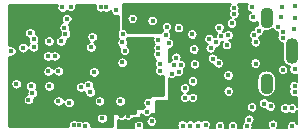
<source format=gbr>
G04 #@! TF.GenerationSoftware,KiCad,Pcbnew,(5.1.5-0-10_14)*
G04 #@! TF.CreationDate,2020-05-02T21:38:08-07:00*
G04 #@! TF.ProjectId,EOGlass,454f476c-6173-4732-9e6b-696361645f70,rev?*
G04 #@! TF.SameCoordinates,Original*
G04 #@! TF.FileFunction,Copper,L2,Inr*
G04 #@! TF.FilePolarity,Positive*
%FSLAX46Y46*%
G04 Gerber Fmt 4.6, Leading zero omitted, Abs format (unit mm)*
G04 Created by KiCad (PCBNEW (5.1.5-0-10_14)) date 2020-05-02 21:38:08*
%MOMM*%
%LPD*%
G04 APERTURE LIST*
%ADD10O,1.100000X1.800000*%
%ADD11O,1.100000X2.200000*%
%ADD12C,0.450000*%
%ADD13C,0.250000*%
%ADD14C,0.130000*%
%ADD15C,0.254000*%
%ADD16C,0.150000*%
G04 APERTURE END LIST*
D10*
X137125000Y-69000000D03*
X137125000Y-63400000D03*
D11*
X139275000Y-66200000D03*
D12*
X116500000Y-65950000D03*
X121900000Y-70500000D03*
X120200000Y-66500000D03*
X125400000Y-70400000D03*
X125400000Y-71700000D03*
X124843539Y-71705758D03*
X122600000Y-72000000D03*
X122000000Y-72000000D03*
X127830000Y-68630000D03*
X122400000Y-66700000D03*
X120036424Y-67518962D03*
X137680000Y-72470000D03*
X135900000Y-71000000D03*
X137470000Y-70930000D03*
X121412500Y-69287500D03*
X120800000Y-72500000D03*
X139300000Y-71100000D03*
X139300000Y-72597600D03*
X134400000Y-62600000D03*
X135500000Y-72600000D03*
X128100000Y-67897597D03*
X133922753Y-69664493D03*
X133900000Y-68300000D03*
X130900000Y-70200000D03*
X130900000Y-68800000D03*
X134400000Y-63100000D03*
X117187872Y-69199073D03*
X124735046Y-70462031D03*
X122500000Y-68000000D03*
X139500000Y-69700000D03*
X139500000Y-67800000D03*
X127000000Y-71400000D03*
X131981386Y-72492754D03*
X115930000Y-69010000D03*
X115460000Y-66240000D03*
X123540000Y-62500000D03*
X120530000Y-62480000D03*
X119990000Y-64260000D03*
X119840000Y-62530000D03*
X123070000Y-62500000D03*
X135910000Y-62550000D03*
X135990000Y-63390000D03*
X138320000Y-63390000D03*
X138420000Y-62470000D03*
X139500000Y-62460000D03*
X139470000Y-64340000D03*
X139530000Y-63450000D03*
X139500000Y-69210000D03*
X136920000Y-70680000D03*
X135660000Y-72050000D03*
X130680000Y-72550000D03*
X130020000Y-72550000D03*
X131360000Y-72550000D03*
X121790000Y-72550000D03*
X121260000Y-72540000D03*
X116970000Y-70360000D03*
X129850000Y-67420000D03*
X129260000Y-67440000D03*
X129480000Y-66800000D03*
X127970000Y-65290000D03*
X127960000Y-65940000D03*
X127950000Y-66530000D03*
X128860000Y-65590000D03*
X131060000Y-67360000D03*
X130230000Y-69400000D03*
X130230000Y-70210000D03*
X133770000Y-65740000D03*
X133060000Y-67280000D03*
X132580000Y-66890000D03*
X132850000Y-65490000D03*
X131000000Y-66100000D03*
X118640000Y-67940000D03*
X118690000Y-65400000D03*
X122980000Y-70470000D03*
X134290000Y-72600000D03*
X119500000Y-70470000D03*
X118720000Y-69200000D03*
X136097984Y-64884733D03*
X138500000Y-64600000D03*
X138500000Y-65100000D03*
X136500000Y-64500000D03*
X136200000Y-65500000D03*
X138705000Y-71100000D03*
X122980000Y-70470000D03*
X123200000Y-71900000D03*
X117100000Y-64700000D03*
X134200000Y-63900000D03*
X133900000Y-64900000D03*
X128600000Y-64900000D03*
X127480000Y-63690000D03*
X124950000Y-64810000D03*
X122250000Y-65910000D03*
X119180000Y-66660000D03*
X118610000Y-66660000D03*
X138120000Y-64230000D03*
X129080000Y-68140000D03*
X122020000Y-69100000D03*
X119500000Y-67930000D03*
X130840000Y-64830000D03*
X133300000Y-65000000D03*
X126330000Y-72540000D03*
X125790000Y-63520000D03*
X136200000Y-67300000D03*
X129700000Y-68000000D03*
X124900000Y-67200000D03*
X133200000Y-72600000D03*
X119700000Y-65400000D03*
X117400000Y-65200000D03*
X128702403Y-64200000D03*
X138510000Y-67850000D03*
X133600000Y-66400000D03*
X128162297Y-64096135D03*
X134600000Y-72100000D03*
X125195735Y-72210664D03*
X125946937Y-72145329D03*
X136000000Y-64100000D03*
X126724228Y-63575772D03*
X125400000Y-62740000D03*
X125239228Y-63520772D03*
X133100000Y-66600000D03*
X133200000Y-66100000D03*
X120100000Y-64800000D03*
X120200000Y-63500000D03*
X128100000Y-67295194D03*
X127100000Y-70600000D03*
X120400000Y-70600000D03*
X122370000Y-65030000D03*
X129700000Y-64300000D03*
X127400000Y-72200000D03*
X133142400Y-64274038D03*
X132290618Y-65220000D03*
X132400000Y-66000000D03*
X124900000Y-65500000D03*
X124400000Y-62800000D03*
X125100000Y-66200000D03*
X117300000Y-69800000D03*
X117400000Y-65900000D03*
X122200000Y-69700000D03*
D13*
X125400000Y-71149297D02*
X125400000Y-70400000D01*
X124843539Y-71705758D02*
X125400000Y-71149297D01*
X122124999Y-70724999D02*
X121900000Y-70500000D01*
X122849999Y-71449999D02*
X122124999Y-70724999D01*
X124587780Y-71449999D02*
X122849999Y-71449999D01*
X124843539Y-71705758D02*
X124587780Y-71449999D01*
D14*
X126877469Y-72145329D02*
X127422798Y-71600000D01*
X125946937Y-72145329D02*
X126877469Y-72145329D01*
X134100000Y-71600000D02*
X134600000Y-72100000D01*
X127422798Y-71600000D02*
X134100000Y-71600000D01*
D15*
G36*
X119357292Y-62383572D02*
G01*
X119338000Y-62480557D01*
X119338000Y-62579443D01*
X119357292Y-62676428D01*
X119395133Y-62767786D01*
X119450071Y-62850006D01*
X119519994Y-62919929D01*
X119602214Y-62974867D01*
X119693572Y-63012708D01*
X119790557Y-63032000D01*
X119889443Y-63032000D01*
X119986428Y-63012708D01*
X120077786Y-62974867D01*
X120160006Y-62919929D01*
X120210001Y-62869934D01*
X120292214Y-62924867D01*
X120383572Y-62962708D01*
X120480557Y-62982000D01*
X120579443Y-62982000D01*
X120676428Y-62962708D01*
X120767786Y-62924867D01*
X120850006Y-62869929D01*
X120919929Y-62800006D01*
X120974867Y-62717786D01*
X121012708Y-62626428D01*
X121032000Y-62529443D01*
X121032000Y-62430557D01*
X121012708Y-62333572D01*
X121009986Y-62327000D01*
X122598298Y-62327000D01*
X122587292Y-62353572D01*
X122568000Y-62450557D01*
X122568000Y-62549443D01*
X122587292Y-62646428D01*
X122625133Y-62737786D01*
X122680071Y-62820006D01*
X122749994Y-62889929D01*
X122832214Y-62944867D01*
X122923572Y-62982708D01*
X123020557Y-63002000D01*
X123119443Y-63002000D01*
X123216428Y-62982708D01*
X123305000Y-62946021D01*
X123393572Y-62982708D01*
X123490557Y-63002000D01*
X123589443Y-63002000D01*
X123686428Y-62982708D01*
X123777786Y-62944867D01*
X123860006Y-62889929D01*
X123898413Y-62851522D01*
X123917292Y-62946428D01*
X123955133Y-63037786D01*
X124010071Y-63120006D01*
X124079994Y-63189929D01*
X124162214Y-63244867D01*
X124253572Y-63282708D01*
X124350557Y-63302000D01*
X124449443Y-63302000D01*
X124546428Y-63282708D01*
X124573000Y-63271702D01*
X124573000Y-64477065D01*
X124560071Y-64489994D01*
X124505133Y-64572214D01*
X124467292Y-64663572D01*
X124448000Y-64760557D01*
X124448000Y-64859443D01*
X124467292Y-64956428D01*
X124505133Y-65047786D01*
X124560066Y-65129999D01*
X124510071Y-65179994D01*
X124455133Y-65262214D01*
X124417292Y-65353572D01*
X124398000Y-65450557D01*
X124398000Y-65549443D01*
X124417292Y-65646428D01*
X124455133Y-65737786D01*
X124510071Y-65820006D01*
X124579994Y-65889929D01*
X124662214Y-65944867D01*
X124665746Y-65946330D01*
X124655133Y-65962214D01*
X124617292Y-66053572D01*
X124598000Y-66150557D01*
X124598000Y-66249443D01*
X124617292Y-66346428D01*
X124655133Y-66437786D01*
X124710071Y-66520006D01*
X124779994Y-66589929D01*
X124862214Y-66644867D01*
X124953572Y-66682708D01*
X125050557Y-66702000D01*
X125149443Y-66702000D01*
X125246428Y-66682708D01*
X125337786Y-66644867D01*
X125420006Y-66589929D01*
X125489929Y-66520006D01*
X125544867Y-66437786D01*
X125582708Y-66346428D01*
X125602000Y-66249443D01*
X125602000Y-66150557D01*
X125582708Y-66053572D01*
X125544867Y-65962214D01*
X125489929Y-65879994D01*
X125420006Y-65810071D01*
X125337786Y-65755133D01*
X125334254Y-65753670D01*
X125344867Y-65737786D01*
X125382708Y-65646428D01*
X125402000Y-65549443D01*
X125402000Y-65450557D01*
X125382708Y-65353572D01*
X125344867Y-65262214D01*
X125289934Y-65180001D01*
X125339929Y-65130006D01*
X125341938Y-65127000D01*
X127494156Y-65127000D01*
X127487292Y-65143572D01*
X127468000Y-65240557D01*
X127468000Y-65339443D01*
X127487292Y-65436428D01*
X127525133Y-65527786D01*
X127580066Y-65609999D01*
X127570071Y-65619994D01*
X127515133Y-65702214D01*
X127477292Y-65793572D01*
X127458000Y-65890557D01*
X127458000Y-65989443D01*
X127477292Y-66086428D01*
X127515133Y-66177786D01*
X127548362Y-66227517D01*
X127505133Y-66292214D01*
X127467292Y-66383572D01*
X127448000Y-66480557D01*
X127448000Y-66579443D01*
X127467292Y-66676428D01*
X127505133Y-66767786D01*
X127560071Y-66850006D01*
X127629994Y-66919929D01*
X127711122Y-66974137D01*
X127710071Y-66975188D01*
X127655133Y-67057408D01*
X127617292Y-67148766D01*
X127598000Y-67245751D01*
X127598000Y-67344637D01*
X127617292Y-67441622D01*
X127655133Y-67532980D01*
X127697506Y-67596396D01*
X127655133Y-67659811D01*
X127617292Y-67751169D01*
X127598000Y-67848154D01*
X127598000Y-67947040D01*
X127617292Y-68044025D01*
X127655133Y-68135383D01*
X127710071Y-68217603D01*
X127779994Y-68287526D01*
X127862214Y-68342464D01*
X127953572Y-68380305D01*
X128050557Y-68399597D01*
X128149443Y-68399597D01*
X128246428Y-68380305D01*
X128337786Y-68342464D01*
X128373000Y-68318935D01*
X128373000Y-69973000D01*
X127400000Y-69973000D01*
X127375224Y-69975440D01*
X127351399Y-69982667D01*
X127329443Y-69994403D01*
X127310197Y-70010197D01*
X127294403Y-70029443D01*
X127282667Y-70051399D01*
X127275440Y-70075224D01*
X127273000Y-70100000D01*
X127273000Y-70128298D01*
X127246428Y-70117292D01*
X127149443Y-70098000D01*
X127050557Y-70098000D01*
X126953572Y-70117292D01*
X126862214Y-70155133D01*
X126779994Y-70210071D01*
X126710071Y-70279994D01*
X126655133Y-70362214D01*
X126617292Y-70453572D01*
X126598000Y-70550557D01*
X126598000Y-70649443D01*
X126617292Y-70746428D01*
X126655133Y-70837786D01*
X126710071Y-70920006D01*
X126752014Y-70961949D01*
X126679994Y-71010071D01*
X126617065Y-71073000D01*
X126100000Y-71073000D01*
X126075224Y-71075440D01*
X126051399Y-71082667D01*
X126029443Y-71094403D01*
X126010197Y-71110197D01*
X125994403Y-71129443D01*
X125982667Y-71151399D01*
X125975440Y-71175224D01*
X125973000Y-71200000D01*
X125973000Y-71473000D01*
X124200000Y-71473000D01*
X124175224Y-71475440D01*
X124151399Y-71482667D01*
X124129443Y-71494403D01*
X124110197Y-71510197D01*
X124094403Y-71529443D01*
X124082667Y-71551399D01*
X124075440Y-71575224D01*
X124073000Y-71600000D01*
X124073000Y-72573000D01*
X122292000Y-72573000D01*
X122292000Y-72500557D01*
X122272708Y-72403572D01*
X122234867Y-72312214D01*
X122179929Y-72229994D01*
X122110006Y-72160071D01*
X122027786Y-72105133D01*
X121936428Y-72067292D01*
X121839443Y-72048000D01*
X121740557Y-72048000D01*
X121643572Y-72067292D01*
X121552214Y-72105133D01*
X121532483Y-72118317D01*
X121497786Y-72095133D01*
X121406428Y-72057292D01*
X121309443Y-72038000D01*
X121210557Y-72038000D01*
X121113572Y-72057292D01*
X121068782Y-72075844D01*
X121037786Y-72055133D01*
X120946428Y-72017292D01*
X120849443Y-71998000D01*
X120750557Y-71998000D01*
X120653572Y-72017292D01*
X120562214Y-72055133D01*
X120479994Y-72110071D01*
X120410071Y-72179994D01*
X120355133Y-72262214D01*
X120317292Y-72353572D01*
X120298000Y-72450557D01*
X120298000Y-72549443D01*
X120302686Y-72573000D01*
X115302000Y-72573000D01*
X115302000Y-71850557D01*
X122698000Y-71850557D01*
X122698000Y-71949443D01*
X122717292Y-72046428D01*
X122755133Y-72137786D01*
X122810071Y-72220006D01*
X122879994Y-72289929D01*
X122962214Y-72344867D01*
X123053572Y-72382708D01*
X123150557Y-72402000D01*
X123249443Y-72402000D01*
X123346428Y-72382708D01*
X123437786Y-72344867D01*
X123520006Y-72289929D01*
X123589929Y-72220006D01*
X123644867Y-72137786D01*
X123682708Y-72046428D01*
X123702000Y-71949443D01*
X123702000Y-71850557D01*
X123682708Y-71753572D01*
X123644867Y-71662214D01*
X123589929Y-71579994D01*
X123520006Y-71510071D01*
X123437786Y-71455133D01*
X123346428Y-71417292D01*
X123249443Y-71398000D01*
X123150557Y-71398000D01*
X123053572Y-71417292D01*
X122962214Y-71455133D01*
X122879994Y-71510071D01*
X122810071Y-71579994D01*
X122755133Y-71662214D01*
X122717292Y-71753572D01*
X122698000Y-71850557D01*
X115302000Y-71850557D01*
X115302000Y-70310557D01*
X116468000Y-70310557D01*
X116468000Y-70409443D01*
X116487292Y-70506428D01*
X116525133Y-70597786D01*
X116580071Y-70680006D01*
X116649994Y-70749929D01*
X116732214Y-70804867D01*
X116823572Y-70842708D01*
X116920557Y-70862000D01*
X117019443Y-70862000D01*
X117116428Y-70842708D01*
X117207786Y-70804867D01*
X117290006Y-70749929D01*
X117359929Y-70680006D01*
X117414867Y-70597786D01*
X117452708Y-70506428D01*
X117469789Y-70420557D01*
X118998000Y-70420557D01*
X118998000Y-70519443D01*
X119017292Y-70616428D01*
X119055133Y-70707786D01*
X119110071Y-70790006D01*
X119179994Y-70859929D01*
X119262214Y-70914867D01*
X119353572Y-70952708D01*
X119450557Y-70972000D01*
X119549443Y-70972000D01*
X119646428Y-70952708D01*
X119737786Y-70914867D01*
X119820006Y-70859929D01*
X119889929Y-70790006D01*
X119917964Y-70748049D01*
X119955133Y-70837786D01*
X120010071Y-70920006D01*
X120079994Y-70989929D01*
X120162214Y-71044867D01*
X120253572Y-71082708D01*
X120350557Y-71102000D01*
X120449443Y-71102000D01*
X120546428Y-71082708D01*
X120637786Y-71044867D01*
X120720006Y-70989929D01*
X120789929Y-70920006D01*
X120844867Y-70837786D01*
X120882708Y-70746428D01*
X120902000Y-70649443D01*
X120902000Y-70550557D01*
X120882708Y-70453572D01*
X120869034Y-70420557D01*
X122478000Y-70420557D01*
X122478000Y-70519443D01*
X122497292Y-70616428D01*
X122535133Y-70707786D01*
X122590071Y-70790006D01*
X122659994Y-70859929D01*
X122742214Y-70914867D01*
X122833572Y-70952708D01*
X122930557Y-70972000D01*
X123029443Y-70972000D01*
X123126428Y-70952708D01*
X123217786Y-70914867D01*
X123300006Y-70859929D01*
X123369929Y-70790006D01*
X123424867Y-70707786D01*
X123462708Y-70616428D01*
X123482000Y-70519443D01*
X123482000Y-70420557D01*
X123480415Y-70412588D01*
X124233046Y-70412588D01*
X124233046Y-70511474D01*
X124252338Y-70608459D01*
X124290179Y-70699817D01*
X124345117Y-70782037D01*
X124415040Y-70851960D01*
X124497260Y-70906898D01*
X124588618Y-70944739D01*
X124685603Y-70964031D01*
X124784489Y-70964031D01*
X124881474Y-70944739D01*
X124972832Y-70906898D01*
X125055052Y-70851960D01*
X125124975Y-70782037D01*
X125179913Y-70699817D01*
X125217754Y-70608459D01*
X125237046Y-70511474D01*
X125237046Y-70412588D01*
X125217754Y-70315603D01*
X125179913Y-70224245D01*
X125124975Y-70142025D01*
X125055052Y-70072102D01*
X124972832Y-70017164D01*
X124881474Y-69979323D01*
X124784489Y-69960031D01*
X124685603Y-69960031D01*
X124588618Y-69979323D01*
X124497260Y-70017164D01*
X124415040Y-70072102D01*
X124345117Y-70142025D01*
X124290179Y-70224245D01*
X124252338Y-70315603D01*
X124233046Y-70412588D01*
X123480415Y-70412588D01*
X123462708Y-70323572D01*
X123424867Y-70232214D01*
X123369929Y-70149994D01*
X123300006Y-70080071D01*
X123217786Y-70025133D01*
X123126428Y-69987292D01*
X123029443Y-69968000D01*
X122930557Y-69968000D01*
X122833572Y-69987292D01*
X122742214Y-70025133D01*
X122659994Y-70080071D01*
X122590071Y-70149994D01*
X122535133Y-70232214D01*
X122497292Y-70323572D01*
X122478000Y-70420557D01*
X120869034Y-70420557D01*
X120844867Y-70362214D01*
X120789929Y-70279994D01*
X120720006Y-70210071D01*
X120637786Y-70155133D01*
X120546428Y-70117292D01*
X120449443Y-70098000D01*
X120350557Y-70098000D01*
X120253572Y-70117292D01*
X120162214Y-70155133D01*
X120079994Y-70210071D01*
X120010071Y-70279994D01*
X119982036Y-70321951D01*
X119944867Y-70232214D01*
X119889929Y-70149994D01*
X119820006Y-70080071D01*
X119737786Y-70025133D01*
X119646428Y-69987292D01*
X119549443Y-69968000D01*
X119450557Y-69968000D01*
X119353572Y-69987292D01*
X119262214Y-70025133D01*
X119179994Y-70080071D01*
X119110071Y-70149994D01*
X119055133Y-70232214D01*
X119017292Y-70323572D01*
X118998000Y-70420557D01*
X117469789Y-70420557D01*
X117472000Y-70409443D01*
X117472000Y-70310557D01*
X117464935Y-70275042D01*
X117537786Y-70244867D01*
X117620006Y-70189929D01*
X117689929Y-70120006D01*
X117744867Y-70037786D01*
X117782708Y-69946428D01*
X117802000Y-69849443D01*
X117802000Y-69750557D01*
X117782708Y-69653572D01*
X117744867Y-69562214D01*
X117689929Y-69479994D01*
X117636856Y-69426921D01*
X117670580Y-69345501D01*
X117689872Y-69248516D01*
X117689872Y-69150557D01*
X118218000Y-69150557D01*
X118218000Y-69249443D01*
X118237292Y-69346428D01*
X118275133Y-69437786D01*
X118330071Y-69520006D01*
X118399994Y-69589929D01*
X118482214Y-69644867D01*
X118573572Y-69682708D01*
X118670557Y-69702000D01*
X118769443Y-69702000D01*
X118866428Y-69682708D01*
X118957786Y-69644867D01*
X119040006Y-69589929D01*
X119109929Y-69520006D01*
X119164867Y-69437786D01*
X119202708Y-69346428D01*
X119222000Y-69249443D01*
X119222000Y-69238057D01*
X120910500Y-69238057D01*
X120910500Y-69336943D01*
X120929792Y-69433928D01*
X120967633Y-69525286D01*
X121022571Y-69607506D01*
X121092494Y-69677429D01*
X121174714Y-69732367D01*
X121266072Y-69770208D01*
X121363057Y-69789500D01*
X121461943Y-69789500D01*
X121558928Y-69770208D01*
X121650286Y-69732367D01*
X121698000Y-69700485D01*
X121698000Y-69749443D01*
X121717292Y-69846428D01*
X121755133Y-69937786D01*
X121810071Y-70020006D01*
X121879994Y-70089929D01*
X121962214Y-70144867D01*
X122053572Y-70182708D01*
X122150557Y-70202000D01*
X122249443Y-70202000D01*
X122346428Y-70182708D01*
X122437786Y-70144867D01*
X122520006Y-70089929D01*
X122589929Y-70020006D01*
X122644867Y-69937786D01*
X122682708Y-69846428D01*
X122702000Y-69749443D01*
X122702000Y-69650557D01*
X122682708Y-69553572D01*
X122644867Y-69462214D01*
X122589929Y-69379994D01*
X122520006Y-69310071D01*
X122485811Y-69287222D01*
X122502708Y-69246428D01*
X122522000Y-69149443D01*
X122522000Y-69050557D01*
X122502708Y-68953572D01*
X122464867Y-68862214D01*
X122409929Y-68779994D01*
X122340006Y-68710071D01*
X122257786Y-68655133D01*
X122166428Y-68617292D01*
X122069443Y-68598000D01*
X121970557Y-68598000D01*
X121873572Y-68617292D01*
X121782214Y-68655133D01*
X121699994Y-68710071D01*
X121630071Y-68779994D01*
X121601671Y-68822497D01*
X121558928Y-68804792D01*
X121461943Y-68785500D01*
X121363057Y-68785500D01*
X121266072Y-68804792D01*
X121174714Y-68842633D01*
X121092494Y-68897571D01*
X121022571Y-68967494D01*
X120967633Y-69049714D01*
X120929792Y-69141072D01*
X120910500Y-69238057D01*
X119222000Y-69238057D01*
X119222000Y-69150557D01*
X119202708Y-69053572D01*
X119164867Y-68962214D01*
X119109929Y-68879994D01*
X119040006Y-68810071D01*
X118957786Y-68755133D01*
X118866428Y-68717292D01*
X118769443Y-68698000D01*
X118670557Y-68698000D01*
X118573572Y-68717292D01*
X118482214Y-68755133D01*
X118399994Y-68810071D01*
X118330071Y-68879994D01*
X118275133Y-68962214D01*
X118237292Y-69053572D01*
X118218000Y-69150557D01*
X117689872Y-69150557D01*
X117689872Y-69149630D01*
X117670580Y-69052645D01*
X117632739Y-68961287D01*
X117577801Y-68879067D01*
X117507878Y-68809144D01*
X117425658Y-68754206D01*
X117334300Y-68716365D01*
X117237315Y-68697073D01*
X117138429Y-68697073D01*
X117041444Y-68716365D01*
X116950086Y-68754206D01*
X116867866Y-68809144D01*
X116797943Y-68879067D01*
X116743005Y-68961287D01*
X116705164Y-69052645D01*
X116685872Y-69149630D01*
X116685872Y-69248516D01*
X116705164Y-69345501D01*
X116743005Y-69436859D01*
X116797943Y-69519079D01*
X116851016Y-69572152D01*
X116817292Y-69653572D01*
X116798000Y-69750557D01*
X116798000Y-69849443D01*
X116805065Y-69884958D01*
X116732214Y-69915133D01*
X116649994Y-69970071D01*
X116580071Y-70039994D01*
X116525133Y-70122214D01*
X116487292Y-70213572D01*
X116468000Y-70310557D01*
X115302000Y-70310557D01*
X115302000Y-68960557D01*
X115428000Y-68960557D01*
X115428000Y-69059443D01*
X115447292Y-69156428D01*
X115485133Y-69247786D01*
X115540071Y-69330006D01*
X115609994Y-69399929D01*
X115692214Y-69454867D01*
X115783572Y-69492708D01*
X115880557Y-69512000D01*
X115979443Y-69512000D01*
X116076428Y-69492708D01*
X116167786Y-69454867D01*
X116250006Y-69399929D01*
X116319929Y-69330006D01*
X116374867Y-69247786D01*
X116412708Y-69156428D01*
X116432000Y-69059443D01*
X116432000Y-68960557D01*
X116412708Y-68863572D01*
X116374867Y-68772214D01*
X116319929Y-68689994D01*
X116250006Y-68620071D01*
X116167786Y-68565133D01*
X116076428Y-68527292D01*
X115979443Y-68508000D01*
X115880557Y-68508000D01*
X115783572Y-68527292D01*
X115692214Y-68565133D01*
X115609994Y-68620071D01*
X115540071Y-68689994D01*
X115485133Y-68772214D01*
X115447292Y-68863572D01*
X115428000Y-68960557D01*
X115302000Y-68960557D01*
X115302000Y-67890557D01*
X118138000Y-67890557D01*
X118138000Y-67989443D01*
X118157292Y-68086428D01*
X118195133Y-68177786D01*
X118250071Y-68260006D01*
X118319994Y-68329929D01*
X118402214Y-68384867D01*
X118493572Y-68422708D01*
X118590557Y-68442000D01*
X118689443Y-68442000D01*
X118786428Y-68422708D01*
X118877786Y-68384867D01*
X118960006Y-68329929D01*
X119029929Y-68260006D01*
X119073341Y-68195036D01*
X119110071Y-68250006D01*
X119179994Y-68319929D01*
X119262214Y-68374867D01*
X119353572Y-68412708D01*
X119450557Y-68432000D01*
X119549443Y-68432000D01*
X119646428Y-68412708D01*
X119737786Y-68374867D01*
X119820006Y-68319929D01*
X119889929Y-68250006D01*
X119944867Y-68167786D01*
X119982708Y-68076428D01*
X120002000Y-67979443D01*
X120002000Y-67950557D01*
X121998000Y-67950557D01*
X121998000Y-68049443D01*
X122017292Y-68146428D01*
X122055133Y-68237786D01*
X122110071Y-68320006D01*
X122179994Y-68389929D01*
X122262214Y-68444867D01*
X122353572Y-68482708D01*
X122450557Y-68502000D01*
X122549443Y-68502000D01*
X122646428Y-68482708D01*
X122737786Y-68444867D01*
X122820006Y-68389929D01*
X122889929Y-68320006D01*
X122944867Y-68237786D01*
X122982708Y-68146428D01*
X123002000Y-68049443D01*
X123002000Y-67950557D01*
X122982708Y-67853572D01*
X122944867Y-67762214D01*
X122889929Y-67679994D01*
X122820006Y-67610071D01*
X122737786Y-67555133D01*
X122646428Y-67517292D01*
X122549443Y-67498000D01*
X122450557Y-67498000D01*
X122353572Y-67517292D01*
X122262214Y-67555133D01*
X122179994Y-67610071D01*
X122110071Y-67679994D01*
X122055133Y-67762214D01*
X122017292Y-67853572D01*
X121998000Y-67950557D01*
X120002000Y-67950557D01*
X120002000Y-67880557D01*
X119982708Y-67783572D01*
X119944867Y-67692214D01*
X119889929Y-67609994D01*
X119820006Y-67540071D01*
X119737786Y-67485133D01*
X119646428Y-67447292D01*
X119549443Y-67428000D01*
X119450557Y-67428000D01*
X119353572Y-67447292D01*
X119262214Y-67485133D01*
X119179994Y-67540071D01*
X119110071Y-67609994D01*
X119066659Y-67674964D01*
X119029929Y-67619994D01*
X118960006Y-67550071D01*
X118877786Y-67495133D01*
X118786428Y-67457292D01*
X118689443Y-67438000D01*
X118590557Y-67438000D01*
X118493572Y-67457292D01*
X118402214Y-67495133D01*
X118319994Y-67550071D01*
X118250071Y-67619994D01*
X118195133Y-67702214D01*
X118157292Y-67793572D01*
X118138000Y-67890557D01*
X115302000Y-67890557D01*
X115302000Y-66717915D01*
X115313572Y-66722708D01*
X115410557Y-66742000D01*
X115509443Y-66742000D01*
X115606428Y-66722708D01*
X115697786Y-66684867D01*
X115780006Y-66629929D01*
X115799378Y-66610557D01*
X118108000Y-66610557D01*
X118108000Y-66709443D01*
X118127292Y-66806428D01*
X118165133Y-66897786D01*
X118220071Y-66980006D01*
X118289994Y-67049929D01*
X118372214Y-67104867D01*
X118463572Y-67142708D01*
X118560557Y-67162000D01*
X118659443Y-67162000D01*
X118756428Y-67142708D01*
X118847786Y-67104867D01*
X118895000Y-67073319D01*
X118942214Y-67104867D01*
X119033572Y-67142708D01*
X119130557Y-67162000D01*
X119229443Y-67162000D01*
X119286969Y-67150557D01*
X124398000Y-67150557D01*
X124398000Y-67249443D01*
X124417292Y-67346428D01*
X124455133Y-67437786D01*
X124510071Y-67520006D01*
X124579994Y-67589929D01*
X124662214Y-67644867D01*
X124753572Y-67682708D01*
X124850557Y-67702000D01*
X124949443Y-67702000D01*
X125046428Y-67682708D01*
X125137786Y-67644867D01*
X125220006Y-67589929D01*
X125289929Y-67520006D01*
X125344867Y-67437786D01*
X125382708Y-67346428D01*
X125402000Y-67249443D01*
X125402000Y-67150557D01*
X125382708Y-67053572D01*
X125344867Y-66962214D01*
X125289929Y-66879994D01*
X125220006Y-66810071D01*
X125137786Y-66755133D01*
X125046428Y-66717292D01*
X124949443Y-66698000D01*
X124850557Y-66698000D01*
X124753572Y-66717292D01*
X124662214Y-66755133D01*
X124579994Y-66810071D01*
X124510071Y-66879994D01*
X124455133Y-66962214D01*
X124417292Y-67053572D01*
X124398000Y-67150557D01*
X119286969Y-67150557D01*
X119326428Y-67142708D01*
X119417786Y-67104867D01*
X119500006Y-67049929D01*
X119569929Y-66980006D01*
X119624867Y-66897786D01*
X119662708Y-66806428D01*
X119682000Y-66709443D01*
X119682000Y-66610557D01*
X119662708Y-66513572D01*
X119624867Y-66422214D01*
X119569929Y-66339994D01*
X119500006Y-66270071D01*
X119417786Y-66215133D01*
X119326428Y-66177292D01*
X119229443Y-66158000D01*
X119130557Y-66158000D01*
X119033572Y-66177292D01*
X118942214Y-66215133D01*
X118895000Y-66246681D01*
X118847786Y-66215133D01*
X118756428Y-66177292D01*
X118659443Y-66158000D01*
X118560557Y-66158000D01*
X118463572Y-66177292D01*
X118372214Y-66215133D01*
X118289994Y-66270071D01*
X118220071Y-66339994D01*
X118165133Y-66422214D01*
X118127292Y-66513572D01*
X118108000Y-66610557D01*
X115799378Y-66610557D01*
X115849929Y-66560006D01*
X115904867Y-66477786D01*
X115942708Y-66386428D01*
X115962000Y-66289443D01*
X115962000Y-66190557D01*
X115942708Y-66093572D01*
X115904867Y-66002214D01*
X115849929Y-65919994D01*
X115830492Y-65900557D01*
X115998000Y-65900557D01*
X115998000Y-65999443D01*
X116017292Y-66096428D01*
X116055133Y-66187786D01*
X116110071Y-66270006D01*
X116179994Y-66339929D01*
X116262214Y-66394867D01*
X116353572Y-66432708D01*
X116450557Y-66452000D01*
X116549443Y-66452000D01*
X116646428Y-66432708D01*
X116737786Y-66394867D01*
X116820006Y-66339929D01*
X116889929Y-66270006D01*
X116944867Y-66187786D01*
X116961580Y-66147435D01*
X117010071Y-66220006D01*
X117079994Y-66289929D01*
X117162214Y-66344867D01*
X117253572Y-66382708D01*
X117350557Y-66402000D01*
X117449443Y-66402000D01*
X117546428Y-66382708D01*
X117637786Y-66344867D01*
X117720006Y-66289929D01*
X117789929Y-66220006D01*
X117844867Y-66137786D01*
X117882708Y-66046428D01*
X117902000Y-65949443D01*
X117902000Y-65850557D01*
X117882708Y-65753572D01*
X117844867Y-65662214D01*
X117789929Y-65579994D01*
X117759935Y-65550000D01*
X117789929Y-65520006D01*
X117844867Y-65437786D01*
X117880997Y-65350557D01*
X118188000Y-65350557D01*
X118188000Y-65449443D01*
X118207292Y-65546428D01*
X118245133Y-65637786D01*
X118300071Y-65720006D01*
X118369994Y-65789929D01*
X118452214Y-65844867D01*
X118543572Y-65882708D01*
X118640557Y-65902000D01*
X118739443Y-65902000D01*
X118836428Y-65882708D01*
X118927786Y-65844867D01*
X119010006Y-65789929D01*
X119079929Y-65720006D01*
X119134867Y-65637786D01*
X119172708Y-65546428D01*
X119192000Y-65449443D01*
X119192000Y-65350557D01*
X119198000Y-65350557D01*
X119198000Y-65449443D01*
X119217292Y-65546428D01*
X119255133Y-65637786D01*
X119310071Y-65720006D01*
X119379994Y-65789929D01*
X119462214Y-65844867D01*
X119553572Y-65882708D01*
X119650557Y-65902000D01*
X119749443Y-65902000D01*
X119846428Y-65882708D01*
X119899906Y-65860557D01*
X121748000Y-65860557D01*
X121748000Y-65959443D01*
X121767292Y-66056428D01*
X121805133Y-66147786D01*
X121860071Y-66230006D01*
X121929994Y-66299929D01*
X122012214Y-66354867D01*
X122103572Y-66392708D01*
X122200557Y-66412000D01*
X122299443Y-66412000D01*
X122396428Y-66392708D01*
X122487786Y-66354867D01*
X122570006Y-66299929D01*
X122639929Y-66230006D01*
X122694867Y-66147786D01*
X122732708Y-66056428D01*
X122752000Y-65959443D01*
X122752000Y-65860557D01*
X122732708Y-65763572D01*
X122694867Y-65672214D01*
X122639929Y-65589994D01*
X122570006Y-65520071D01*
X122542700Y-65501826D01*
X122607786Y-65474867D01*
X122690006Y-65419929D01*
X122759929Y-65350006D01*
X122814867Y-65267786D01*
X122852708Y-65176428D01*
X122872000Y-65079443D01*
X122872000Y-64980557D01*
X122852708Y-64883572D01*
X122814867Y-64792214D01*
X122759929Y-64709994D01*
X122690006Y-64640071D01*
X122607786Y-64585133D01*
X122516428Y-64547292D01*
X122419443Y-64528000D01*
X122320557Y-64528000D01*
X122223572Y-64547292D01*
X122132214Y-64585133D01*
X122049994Y-64640071D01*
X121980071Y-64709994D01*
X121925133Y-64792214D01*
X121887292Y-64883572D01*
X121868000Y-64980557D01*
X121868000Y-65079443D01*
X121887292Y-65176428D01*
X121925133Y-65267786D01*
X121980071Y-65350006D01*
X122049994Y-65419929D01*
X122077300Y-65438174D01*
X122012214Y-65465133D01*
X121929994Y-65520071D01*
X121860071Y-65589994D01*
X121805133Y-65672214D01*
X121767292Y-65763572D01*
X121748000Y-65860557D01*
X119899906Y-65860557D01*
X119937786Y-65844867D01*
X120020006Y-65789929D01*
X120089929Y-65720006D01*
X120144867Y-65637786D01*
X120182708Y-65546428D01*
X120202000Y-65449443D01*
X120202000Y-65350557D01*
X120190708Y-65293792D01*
X120246428Y-65282708D01*
X120337786Y-65244867D01*
X120420006Y-65189929D01*
X120489929Y-65120006D01*
X120544867Y-65037786D01*
X120582708Y-64946428D01*
X120602000Y-64849443D01*
X120602000Y-64750557D01*
X120582708Y-64653572D01*
X120544867Y-64562214D01*
X120489929Y-64479994D01*
X120456205Y-64446270D01*
X120472708Y-64406428D01*
X120492000Y-64309443D01*
X120492000Y-64210557D01*
X120472708Y-64113572D01*
X120434867Y-64022214D01*
X120395021Y-63962581D01*
X120437786Y-63944867D01*
X120520006Y-63889929D01*
X120589929Y-63820006D01*
X120644867Y-63737786D01*
X120682708Y-63646428D01*
X120702000Y-63549443D01*
X120702000Y-63450557D01*
X120682708Y-63353572D01*
X120644867Y-63262214D01*
X120589929Y-63179994D01*
X120520006Y-63110071D01*
X120437786Y-63055133D01*
X120346428Y-63017292D01*
X120249443Y-62998000D01*
X120150557Y-62998000D01*
X120053572Y-63017292D01*
X119962214Y-63055133D01*
X119879994Y-63110071D01*
X119810071Y-63179994D01*
X119755133Y-63262214D01*
X119717292Y-63353572D01*
X119698000Y-63450557D01*
X119698000Y-63549443D01*
X119717292Y-63646428D01*
X119755133Y-63737786D01*
X119794979Y-63797419D01*
X119752214Y-63815133D01*
X119669994Y-63870071D01*
X119600071Y-63939994D01*
X119545133Y-64022214D01*
X119507292Y-64113572D01*
X119488000Y-64210557D01*
X119488000Y-64309443D01*
X119507292Y-64406428D01*
X119545133Y-64497786D01*
X119600071Y-64580006D01*
X119633795Y-64613730D01*
X119617292Y-64653572D01*
X119598000Y-64750557D01*
X119598000Y-64849443D01*
X119609292Y-64906208D01*
X119553572Y-64917292D01*
X119462214Y-64955133D01*
X119379994Y-65010071D01*
X119310071Y-65079994D01*
X119255133Y-65162214D01*
X119217292Y-65253572D01*
X119198000Y-65350557D01*
X119192000Y-65350557D01*
X119172708Y-65253572D01*
X119134867Y-65162214D01*
X119079929Y-65079994D01*
X119010006Y-65010071D01*
X118927786Y-64955133D01*
X118836428Y-64917292D01*
X118739443Y-64898000D01*
X118640557Y-64898000D01*
X118543572Y-64917292D01*
X118452214Y-64955133D01*
X118369994Y-65010071D01*
X118300071Y-65079994D01*
X118245133Y-65162214D01*
X118207292Y-65253572D01*
X118188000Y-65350557D01*
X117880997Y-65350557D01*
X117882708Y-65346428D01*
X117902000Y-65249443D01*
X117902000Y-65150557D01*
X117882708Y-65053572D01*
X117844867Y-64962214D01*
X117789929Y-64879994D01*
X117720006Y-64810071D01*
X117637786Y-64755133D01*
X117602000Y-64740310D01*
X117602000Y-64650557D01*
X117582708Y-64553572D01*
X117544867Y-64462214D01*
X117489929Y-64379994D01*
X117420006Y-64310071D01*
X117337786Y-64255133D01*
X117246428Y-64217292D01*
X117149443Y-64198000D01*
X117050557Y-64198000D01*
X116953572Y-64217292D01*
X116862214Y-64255133D01*
X116779994Y-64310071D01*
X116710071Y-64379994D01*
X116655133Y-64462214D01*
X116617292Y-64553572D01*
X116598000Y-64650557D01*
X116598000Y-64749443D01*
X116617292Y-64846428D01*
X116655133Y-64937786D01*
X116710071Y-65020006D01*
X116779994Y-65089929D01*
X116862214Y-65144867D01*
X116898000Y-65159690D01*
X116898000Y-65249443D01*
X116917292Y-65346428D01*
X116955133Y-65437786D01*
X117010071Y-65520006D01*
X117040065Y-65550000D01*
X117010071Y-65579994D01*
X116955133Y-65662214D01*
X116938420Y-65702565D01*
X116889929Y-65629994D01*
X116820006Y-65560071D01*
X116737786Y-65505133D01*
X116646428Y-65467292D01*
X116549443Y-65448000D01*
X116450557Y-65448000D01*
X116353572Y-65467292D01*
X116262214Y-65505133D01*
X116179994Y-65560071D01*
X116110071Y-65629994D01*
X116055133Y-65712214D01*
X116017292Y-65803572D01*
X115998000Y-65900557D01*
X115830492Y-65900557D01*
X115780006Y-65850071D01*
X115697786Y-65795133D01*
X115606428Y-65757292D01*
X115509443Y-65738000D01*
X115410557Y-65738000D01*
X115313572Y-65757292D01*
X115302000Y-65762085D01*
X115302000Y-62327000D01*
X119380725Y-62327000D01*
X119357292Y-62383572D01*
G37*
X119357292Y-62383572D02*
X119338000Y-62480557D01*
X119338000Y-62579443D01*
X119357292Y-62676428D01*
X119395133Y-62767786D01*
X119450071Y-62850006D01*
X119519994Y-62919929D01*
X119602214Y-62974867D01*
X119693572Y-63012708D01*
X119790557Y-63032000D01*
X119889443Y-63032000D01*
X119986428Y-63012708D01*
X120077786Y-62974867D01*
X120160006Y-62919929D01*
X120210001Y-62869934D01*
X120292214Y-62924867D01*
X120383572Y-62962708D01*
X120480557Y-62982000D01*
X120579443Y-62982000D01*
X120676428Y-62962708D01*
X120767786Y-62924867D01*
X120850006Y-62869929D01*
X120919929Y-62800006D01*
X120974867Y-62717786D01*
X121012708Y-62626428D01*
X121032000Y-62529443D01*
X121032000Y-62430557D01*
X121012708Y-62333572D01*
X121009986Y-62327000D01*
X122598298Y-62327000D01*
X122587292Y-62353572D01*
X122568000Y-62450557D01*
X122568000Y-62549443D01*
X122587292Y-62646428D01*
X122625133Y-62737786D01*
X122680071Y-62820006D01*
X122749994Y-62889929D01*
X122832214Y-62944867D01*
X122923572Y-62982708D01*
X123020557Y-63002000D01*
X123119443Y-63002000D01*
X123216428Y-62982708D01*
X123305000Y-62946021D01*
X123393572Y-62982708D01*
X123490557Y-63002000D01*
X123589443Y-63002000D01*
X123686428Y-62982708D01*
X123777786Y-62944867D01*
X123860006Y-62889929D01*
X123898413Y-62851522D01*
X123917292Y-62946428D01*
X123955133Y-63037786D01*
X124010071Y-63120006D01*
X124079994Y-63189929D01*
X124162214Y-63244867D01*
X124253572Y-63282708D01*
X124350557Y-63302000D01*
X124449443Y-63302000D01*
X124546428Y-63282708D01*
X124573000Y-63271702D01*
X124573000Y-64477065D01*
X124560071Y-64489994D01*
X124505133Y-64572214D01*
X124467292Y-64663572D01*
X124448000Y-64760557D01*
X124448000Y-64859443D01*
X124467292Y-64956428D01*
X124505133Y-65047786D01*
X124560066Y-65129999D01*
X124510071Y-65179994D01*
X124455133Y-65262214D01*
X124417292Y-65353572D01*
X124398000Y-65450557D01*
X124398000Y-65549443D01*
X124417292Y-65646428D01*
X124455133Y-65737786D01*
X124510071Y-65820006D01*
X124579994Y-65889929D01*
X124662214Y-65944867D01*
X124665746Y-65946330D01*
X124655133Y-65962214D01*
X124617292Y-66053572D01*
X124598000Y-66150557D01*
X124598000Y-66249443D01*
X124617292Y-66346428D01*
X124655133Y-66437786D01*
X124710071Y-66520006D01*
X124779994Y-66589929D01*
X124862214Y-66644867D01*
X124953572Y-66682708D01*
X125050557Y-66702000D01*
X125149443Y-66702000D01*
X125246428Y-66682708D01*
X125337786Y-66644867D01*
X125420006Y-66589929D01*
X125489929Y-66520006D01*
X125544867Y-66437786D01*
X125582708Y-66346428D01*
X125602000Y-66249443D01*
X125602000Y-66150557D01*
X125582708Y-66053572D01*
X125544867Y-65962214D01*
X125489929Y-65879994D01*
X125420006Y-65810071D01*
X125337786Y-65755133D01*
X125334254Y-65753670D01*
X125344867Y-65737786D01*
X125382708Y-65646428D01*
X125402000Y-65549443D01*
X125402000Y-65450557D01*
X125382708Y-65353572D01*
X125344867Y-65262214D01*
X125289934Y-65180001D01*
X125339929Y-65130006D01*
X125341938Y-65127000D01*
X127494156Y-65127000D01*
X127487292Y-65143572D01*
X127468000Y-65240557D01*
X127468000Y-65339443D01*
X127487292Y-65436428D01*
X127525133Y-65527786D01*
X127580066Y-65609999D01*
X127570071Y-65619994D01*
X127515133Y-65702214D01*
X127477292Y-65793572D01*
X127458000Y-65890557D01*
X127458000Y-65989443D01*
X127477292Y-66086428D01*
X127515133Y-66177786D01*
X127548362Y-66227517D01*
X127505133Y-66292214D01*
X127467292Y-66383572D01*
X127448000Y-66480557D01*
X127448000Y-66579443D01*
X127467292Y-66676428D01*
X127505133Y-66767786D01*
X127560071Y-66850006D01*
X127629994Y-66919929D01*
X127711122Y-66974137D01*
X127710071Y-66975188D01*
X127655133Y-67057408D01*
X127617292Y-67148766D01*
X127598000Y-67245751D01*
X127598000Y-67344637D01*
X127617292Y-67441622D01*
X127655133Y-67532980D01*
X127697506Y-67596396D01*
X127655133Y-67659811D01*
X127617292Y-67751169D01*
X127598000Y-67848154D01*
X127598000Y-67947040D01*
X127617292Y-68044025D01*
X127655133Y-68135383D01*
X127710071Y-68217603D01*
X127779994Y-68287526D01*
X127862214Y-68342464D01*
X127953572Y-68380305D01*
X128050557Y-68399597D01*
X128149443Y-68399597D01*
X128246428Y-68380305D01*
X128337786Y-68342464D01*
X128373000Y-68318935D01*
X128373000Y-69973000D01*
X127400000Y-69973000D01*
X127375224Y-69975440D01*
X127351399Y-69982667D01*
X127329443Y-69994403D01*
X127310197Y-70010197D01*
X127294403Y-70029443D01*
X127282667Y-70051399D01*
X127275440Y-70075224D01*
X127273000Y-70100000D01*
X127273000Y-70128298D01*
X127246428Y-70117292D01*
X127149443Y-70098000D01*
X127050557Y-70098000D01*
X126953572Y-70117292D01*
X126862214Y-70155133D01*
X126779994Y-70210071D01*
X126710071Y-70279994D01*
X126655133Y-70362214D01*
X126617292Y-70453572D01*
X126598000Y-70550557D01*
X126598000Y-70649443D01*
X126617292Y-70746428D01*
X126655133Y-70837786D01*
X126710071Y-70920006D01*
X126752014Y-70961949D01*
X126679994Y-71010071D01*
X126617065Y-71073000D01*
X126100000Y-71073000D01*
X126075224Y-71075440D01*
X126051399Y-71082667D01*
X126029443Y-71094403D01*
X126010197Y-71110197D01*
X125994403Y-71129443D01*
X125982667Y-71151399D01*
X125975440Y-71175224D01*
X125973000Y-71200000D01*
X125973000Y-71473000D01*
X124200000Y-71473000D01*
X124175224Y-71475440D01*
X124151399Y-71482667D01*
X124129443Y-71494403D01*
X124110197Y-71510197D01*
X124094403Y-71529443D01*
X124082667Y-71551399D01*
X124075440Y-71575224D01*
X124073000Y-71600000D01*
X124073000Y-72573000D01*
X122292000Y-72573000D01*
X122292000Y-72500557D01*
X122272708Y-72403572D01*
X122234867Y-72312214D01*
X122179929Y-72229994D01*
X122110006Y-72160071D01*
X122027786Y-72105133D01*
X121936428Y-72067292D01*
X121839443Y-72048000D01*
X121740557Y-72048000D01*
X121643572Y-72067292D01*
X121552214Y-72105133D01*
X121532483Y-72118317D01*
X121497786Y-72095133D01*
X121406428Y-72057292D01*
X121309443Y-72038000D01*
X121210557Y-72038000D01*
X121113572Y-72057292D01*
X121068782Y-72075844D01*
X121037786Y-72055133D01*
X120946428Y-72017292D01*
X120849443Y-71998000D01*
X120750557Y-71998000D01*
X120653572Y-72017292D01*
X120562214Y-72055133D01*
X120479994Y-72110071D01*
X120410071Y-72179994D01*
X120355133Y-72262214D01*
X120317292Y-72353572D01*
X120298000Y-72450557D01*
X120298000Y-72549443D01*
X120302686Y-72573000D01*
X115302000Y-72573000D01*
X115302000Y-71850557D01*
X122698000Y-71850557D01*
X122698000Y-71949443D01*
X122717292Y-72046428D01*
X122755133Y-72137786D01*
X122810071Y-72220006D01*
X122879994Y-72289929D01*
X122962214Y-72344867D01*
X123053572Y-72382708D01*
X123150557Y-72402000D01*
X123249443Y-72402000D01*
X123346428Y-72382708D01*
X123437786Y-72344867D01*
X123520006Y-72289929D01*
X123589929Y-72220006D01*
X123644867Y-72137786D01*
X123682708Y-72046428D01*
X123702000Y-71949443D01*
X123702000Y-71850557D01*
X123682708Y-71753572D01*
X123644867Y-71662214D01*
X123589929Y-71579994D01*
X123520006Y-71510071D01*
X123437786Y-71455133D01*
X123346428Y-71417292D01*
X123249443Y-71398000D01*
X123150557Y-71398000D01*
X123053572Y-71417292D01*
X122962214Y-71455133D01*
X122879994Y-71510071D01*
X122810071Y-71579994D01*
X122755133Y-71662214D01*
X122717292Y-71753572D01*
X122698000Y-71850557D01*
X115302000Y-71850557D01*
X115302000Y-70310557D01*
X116468000Y-70310557D01*
X116468000Y-70409443D01*
X116487292Y-70506428D01*
X116525133Y-70597786D01*
X116580071Y-70680006D01*
X116649994Y-70749929D01*
X116732214Y-70804867D01*
X116823572Y-70842708D01*
X116920557Y-70862000D01*
X117019443Y-70862000D01*
X117116428Y-70842708D01*
X117207786Y-70804867D01*
X117290006Y-70749929D01*
X117359929Y-70680006D01*
X117414867Y-70597786D01*
X117452708Y-70506428D01*
X117469789Y-70420557D01*
X118998000Y-70420557D01*
X118998000Y-70519443D01*
X119017292Y-70616428D01*
X119055133Y-70707786D01*
X119110071Y-70790006D01*
X119179994Y-70859929D01*
X119262214Y-70914867D01*
X119353572Y-70952708D01*
X119450557Y-70972000D01*
X119549443Y-70972000D01*
X119646428Y-70952708D01*
X119737786Y-70914867D01*
X119820006Y-70859929D01*
X119889929Y-70790006D01*
X119917964Y-70748049D01*
X119955133Y-70837786D01*
X120010071Y-70920006D01*
X120079994Y-70989929D01*
X120162214Y-71044867D01*
X120253572Y-71082708D01*
X120350557Y-71102000D01*
X120449443Y-71102000D01*
X120546428Y-71082708D01*
X120637786Y-71044867D01*
X120720006Y-70989929D01*
X120789929Y-70920006D01*
X120844867Y-70837786D01*
X120882708Y-70746428D01*
X120902000Y-70649443D01*
X120902000Y-70550557D01*
X120882708Y-70453572D01*
X120869034Y-70420557D01*
X122478000Y-70420557D01*
X122478000Y-70519443D01*
X122497292Y-70616428D01*
X122535133Y-70707786D01*
X122590071Y-70790006D01*
X122659994Y-70859929D01*
X122742214Y-70914867D01*
X122833572Y-70952708D01*
X122930557Y-70972000D01*
X123029443Y-70972000D01*
X123126428Y-70952708D01*
X123217786Y-70914867D01*
X123300006Y-70859929D01*
X123369929Y-70790006D01*
X123424867Y-70707786D01*
X123462708Y-70616428D01*
X123482000Y-70519443D01*
X123482000Y-70420557D01*
X123480415Y-70412588D01*
X124233046Y-70412588D01*
X124233046Y-70511474D01*
X124252338Y-70608459D01*
X124290179Y-70699817D01*
X124345117Y-70782037D01*
X124415040Y-70851960D01*
X124497260Y-70906898D01*
X124588618Y-70944739D01*
X124685603Y-70964031D01*
X124784489Y-70964031D01*
X124881474Y-70944739D01*
X124972832Y-70906898D01*
X125055052Y-70851960D01*
X125124975Y-70782037D01*
X125179913Y-70699817D01*
X125217754Y-70608459D01*
X125237046Y-70511474D01*
X125237046Y-70412588D01*
X125217754Y-70315603D01*
X125179913Y-70224245D01*
X125124975Y-70142025D01*
X125055052Y-70072102D01*
X124972832Y-70017164D01*
X124881474Y-69979323D01*
X124784489Y-69960031D01*
X124685603Y-69960031D01*
X124588618Y-69979323D01*
X124497260Y-70017164D01*
X124415040Y-70072102D01*
X124345117Y-70142025D01*
X124290179Y-70224245D01*
X124252338Y-70315603D01*
X124233046Y-70412588D01*
X123480415Y-70412588D01*
X123462708Y-70323572D01*
X123424867Y-70232214D01*
X123369929Y-70149994D01*
X123300006Y-70080071D01*
X123217786Y-70025133D01*
X123126428Y-69987292D01*
X123029443Y-69968000D01*
X122930557Y-69968000D01*
X122833572Y-69987292D01*
X122742214Y-70025133D01*
X122659994Y-70080071D01*
X122590071Y-70149994D01*
X122535133Y-70232214D01*
X122497292Y-70323572D01*
X122478000Y-70420557D01*
X120869034Y-70420557D01*
X120844867Y-70362214D01*
X120789929Y-70279994D01*
X120720006Y-70210071D01*
X120637786Y-70155133D01*
X120546428Y-70117292D01*
X120449443Y-70098000D01*
X120350557Y-70098000D01*
X120253572Y-70117292D01*
X120162214Y-70155133D01*
X120079994Y-70210071D01*
X120010071Y-70279994D01*
X119982036Y-70321951D01*
X119944867Y-70232214D01*
X119889929Y-70149994D01*
X119820006Y-70080071D01*
X119737786Y-70025133D01*
X119646428Y-69987292D01*
X119549443Y-69968000D01*
X119450557Y-69968000D01*
X119353572Y-69987292D01*
X119262214Y-70025133D01*
X119179994Y-70080071D01*
X119110071Y-70149994D01*
X119055133Y-70232214D01*
X119017292Y-70323572D01*
X118998000Y-70420557D01*
X117469789Y-70420557D01*
X117472000Y-70409443D01*
X117472000Y-70310557D01*
X117464935Y-70275042D01*
X117537786Y-70244867D01*
X117620006Y-70189929D01*
X117689929Y-70120006D01*
X117744867Y-70037786D01*
X117782708Y-69946428D01*
X117802000Y-69849443D01*
X117802000Y-69750557D01*
X117782708Y-69653572D01*
X117744867Y-69562214D01*
X117689929Y-69479994D01*
X117636856Y-69426921D01*
X117670580Y-69345501D01*
X117689872Y-69248516D01*
X117689872Y-69150557D01*
X118218000Y-69150557D01*
X118218000Y-69249443D01*
X118237292Y-69346428D01*
X118275133Y-69437786D01*
X118330071Y-69520006D01*
X118399994Y-69589929D01*
X118482214Y-69644867D01*
X118573572Y-69682708D01*
X118670557Y-69702000D01*
X118769443Y-69702000D01*
X118866428Y-69682708D01*
X118957786Y-69644867D01*
X119040006Y-69589929D01*
X119109929Y-69520006D01*
X119164867Y-69437786D01*
X119202708Y-69346428D01*
X119222000Y-69249443D01*
X119222000Y-69238057D01*
X120910500Y-69238057D01*
X120910500Y-69336943D01*
X120929792Y-69433928D01*
X120967633Y-69525286D01*
X121022571Y-69607506D01*
X121092494Y-69677429D01*
X121174714Y-69732367D01*
X121266072Y-69770208D01*
X121363057Y-69789500D01*
X121461943Y-69789500D01*
X121558928Y-69770208D01*
X121650286Y-69732367D01*
X121698000Y-69700485D01*
X121698000Y-69749443D01*
X121717292Y-69846428D01*
X121755133Y-69937786D01*
X121810071Y-70020006D01*
X121879994Y-70089929D01*
X121962214Y-70144867D01*
X122053572Y-70182708D01*
X122150557Y-70202000D01*
X122249443Y-70202000D01*
X122346428Y-70182708D01*
X122437786Y-70144867D01*
X122520006Y-70089929D01*
X122589929Y-70020006D01*
X122644867Y-69937786D01*
X122682708Y-69846428D01*
X122702000Y-69749443D01*
X122702000Y-69650557D01*
X122682708Y-69553572D01*
X122644867Y-69462214D01*
X122589929Y-69379994D01*
X122520006Y-69310071D01*
X122485811Y-69287222D01*
X122502708Y-69246428D01*
X122522000Y-69149443D01*
X122522000Y-69050557D01*
X122502708Y-68953572D01*
X122464867Y-68862214D01*
X122409929Y-68779994D01*
X122340006Y-68710071D01*
X122257786Y-68655133D01*
X122166428Y-68617292D01*
X122069443Y-68598000D01*
X121970557Y-68598000D01*
X121873572Y-68617292D01*
X121782214Y-68655133D01*
X121699994Y-68710071D01*
X121630071Y-68779994D01*
X121601671Y-68822497D01*
X121558928Y-68804792D01*
X121461943Y-68785500D01*
X121363057Y-68785500D01*
X121266072Y-68804792D01*
X121174714Y-68842633D01*
X121092494Y-68897571D01*
X121022571Y-68967494D01*
X120967633Y-69049714D01*
X120929792Y-69141072D01*
X120910500Y-69238057D01*
X119222000Y-69238057D01*
X119222000Y-69150557D01*
X119202708Y-69053572D01*
X119164867Y-68962214D01*
X119109929Y-68879994D01*
X119040006Y-68810071D01*
X118957786Y-68755133D01*
X118866428Y-68717292D01*
X118769443Y-68698000D01*
X118670557Y-68698000D01*
X118573572Y-68717292D01*
X118482214Y-68755133D01*
X118399994Y-68810071D01*
X118330071Y-68879994D01*
X118275133Y-68962214D01*
X118237292Y-69053572D01*
X118218000Y-69150557D01*
X117689872Y-69150557D01*
X117689872Y-69149630D01*
X117670580Y-69052645D01*
X117632739Y-68961287D01*
X117577801Y-68879067D01*
X117507878Y-68809144D01*
X117425658Y-68754206D01*
X117334300Y-68716365D01*
X117237315Y-68697073D01*
X117138429Y-68697073D01*
X117041444Y-68716365D01*
X116950086Y-68754206D01*
X116867866Y-68809144D01*
X116797943Y-68879067D01*
X116743005Y-68961287D01*
X116705164Y-69052645D01*
X116685872Y-69149630D01*
X116685872Y-69248516D01*
X116705164Y-69345501D01*
X116743005Y-69436859D01*
X116797943Y-69519079D01*
X116851016Y-69572152D01*
X116817292Y-69653572D01*
X116798000Y-69750557D01*
X116798000Y-69849443D01*
X116805065Y-69884958D01*
X116732214Y-69915133D01*
X116649994Y-69970071D01*
X116580071Y-70039994D01*
X116525133Y-70122214D01*
X116487292Y-70213572D01*
X116468000Y-70310557D01*
X115302000Y-70310557D01*
X115302000Y-68960557D01*
X115428000Y-68960557D01*
X115428000Y-69059443D01*
X115447292Y-69156428D01*
X115485133Y-69247786D01*
X115540071Y-69330006D01*
X115609994Y-69399929D01*
X115692214Y-69454867D01*
X115783572Y-69492708D01*
X115880557Y-69512000D01*
X115979443Y-69512000D01*
X116076428Y-69492708D01*
X116167786Y-69454867D01*
X116250006Y-69399929D01*
X116319929Y-69330006D01*
X116374867Y-69247786D01*
X116412708Y-69156428D01*
X116432000Y-69059443D01*
X116432000Y-68960557D01*
X116412708Y-68863572D01*
X116374867Y-68772214D01*
X116319929Y-68689994D01*
X116250006Y-68620071D01*
X116167786Y-68565133D01*
X116076428Y-68527292D01*
X115979443Y-68508000D01*
X115880557Y-68508000D01*
X115783572Y-68527292D01*
X115692214Y-68565133D01*
X115609994Y-68620071D01*
X115540071Y-68689994D01*
X115485133Y-68772214D01*
X115447292Y-68863572D01*
X115428000Y-68960557D01*
X115302000Y-68960557D01*
X115302000Y-67890557D01*
X118138000Y-67890557D01*
X118138000Y-67989443D01*
X118157292Y-68086428D01*
X118195133Y-68177786D01*
X118250071Y-68260006D01*
X118319994Y-68329929D01*
X118402214Y-68384867D01*
X118493572Y-68422708D01*
X118590557Y-68442000D01*
X118689443Y-68442000D01*
X118786428Y-68422708D01*
X118877786Y-68384867D01*
X118960006Y-68329929D01*
X119029929Y-68260006D01*
X119073341Y-68195036D01*
X119110071Y-68250006D01*
X119179994Y-68319929D01*
X119262214Y-68374867D01*
X119353572Y-68412708D01*
X119450557Y-68432000D01*
X119549443Y-68432000D01*
X119646428Y-68412708D01*
X119737786Y-68374867D01*
X119820006Y-68319929D01*
X119889929Y-68250006D01*
X119944867Y-68167786D01*
X119982708Y-68076428D01*
X120002000Y-67979443D01*
X120002000Y-67950557D01*
X121998000Y-67950557D01*
X121998000Y-68049443D01*
X122017292Y-68146428D01*
X122055133Y-68237786D01*
X122110071Y-68320006D01*
X122179994Y-68389929D01*
X122262214Y-68444867D01*
X122353572Y-68482708D01*
X122450557Y-68502000D01*
X122549443Y-68502000D01*
X122646428Y-68482708D01*
X122737786Y-68444867D01*
X122820006Y-68389929D01*
X122889929Y-68320006D01*
X122944867Y-68237786D01*
X122982708Y-68146428D01*
X123002000Y-68049443D01*
X123002000Y-67950557D01*
X122982708Y-67853572D01*
X122944867Y-67762214D01*
X122889929Y-67679994D01*
X122820006Y-67610071D01*
X122737786Y-67555133D01*
X122646428Y-67517292D01*
X122549443Y-67498000D01*
X122450557Y-67498000D01*
X122353572Y-67517292D01*
X122262214Y-67555133D01*
X122179994Y-67610071D01*
X122110071Y-67679994D01*
X122055133Y-67762214D01*
X122017292Y-67853572D01*
X121998000Y-67950557D01*
X120002000Y-67950557D01*
X120002000Y-67880557D01*
X119982708Y-67783572D01*
X119944867Y-67692214D01*
X119889929Y-67609994D01*
X119820006Y-67540071D01*
X119737786Y-67485133D01*
X119646428Y-67447292D01*
X119549443Y-67428000D01*
X119450557Y-67428000D01*
X119353572Y-67447292D01*
X119262214Y-67485133D01*
X119179994Y-67540071D01*
X119110071Y-67609994D01*
X119066659Y-67674964D01*
X119029929Y-67619994D01*
X118960006Y-67550071D01*
X118877786Y-67495133D01*
X118786428Y-67457292D01*
X118689443Y-67438000D01*
X118590557Y-67438000D01*
X118493572Y-67457292D01*
X118402214Y-67495133D01*
X118319994Y-67550071D01*
X118250071Y-67619994D01*
X118195133Y-67702214D01*
X118157292Y-67793572D01*
X118138000Y-67890557D01*
X115302000Y-67890557D01*
X115302000Y-66717915D01*
X115313572Y-66722708D01*
X115410557Y-66742000D01*
X115509443Y-66742000D01*
X115606428Y-66722708D01*
X115697786Y-66684867D01*
X115780006Y-66629929D01*
X115799378Y-66610557D01*
X118108000Y-66610557D01*
X118108000Y-66709443D01*
X118127292Y-66806428D01*
X118165133Y-66897786D01*
X118220071Y-66980006D01*
X118289994Y-67049929D01*
X118372214Y-67104867D01*
X118463572Y-67142708D01*
X118560557Y-67162000D01*
X118659443Y-67162000D01*
X118756428Y-67142708D01*
X118847786Y-67104867D01*
X118895000Y-67073319D01*
X118942214Y-67104867D01*
X119033572Y-67142708D01*
X119130557Y-67162000D01*
X119229443Y-67162000D01*
X119286969Y-67150557D01*
X124398000Y-67150557D01*
X124398000Y-67249443D01*
X124417292Y-67346428D01*
X124455133Y-67437786D01*
X124510071Y-67520006D01*
X124579994Y-67589929D01*
X124662214Y-67644867D01*
X124753572Y-67682708D01*
X124850557Y-67702000D01*
X124949443Y-67702000D01*
X125046428Y-67682708D01*
X125137786Y-67644867D01*
X125220006Y-67589929D01*
X125289929Y-67520006D01*
X125344867Y-67437786D01*
X125382708Y-67346428D01*
X125402000Y-67249443D01*
X125402000Y-67150557D01*
X125382708Y-67053572D01*
X125344867Y-66962214D01*
X125289929Y-66879994D01*
X125220006Y-66810071D01*
X125137786Y-66755133D01*
X125046428Y-66717292D01*
X124949443Y-66698000D01*
X124850557Y-66698000D01*
X124753572Y-66717292D01*
X124662214Y-66755133D01*
X124579994Y-66810071D01*
X124510071Y-66879994D01*
X124455133Y-66962214D01*
X124417292Y-67053572D01*
X124398000Y-67150557D01*
X119286969Y-67150557D01*
X119326428Y-67142708D01*
X119417786Y-67104867D01*
X119500006Y-67049929D01*
X119569929Y-66980006D01*
X119624867Y-66897786D01*
X119662708Y-66806428D01*
X119682000Y-66709443D01*
X119682000Y-66610557D01*
X119662708Y-66513572D01*
X119624867Y-66422214D01*
X119569929Y-66339994D01*
X119500006Y-66270071D01*
X119417786Y-66215133D01*
X119326428Y-66177292D01*
X119229443Y-66158000D01*
X119130557Y-66158000D01*
X119033572Y-66177292D01*
X118942214Y-66215133D01*
X118895000Y-66246681D01*
X118847786Y-66215133D01*
X118756428Y-66177292D01*
X118659443Y-66158000D01*
X118560557Y-66158000D01*
X118463572Y-66177292D01*
X118372214Y-66215133D01*
X118289994Y-66270071D01*
X118220071Y-66339994D01*
X118165133Y-66422214D01*
X118127292Y-66513572D01*
X118108000Y-66610557D01*
X115799378Y-66610557D01*
X115849929Y-66560006D01*
X115904867Y-66477786D01*
X115942708Y-66386428D01*
X115962000Y-66289443D01*
X115962000Y-66190557D01*
X115942708Y-66093572D01*
X115904867Y-66002214D01*
X115849929Y-65919994D01*
X115830492Y-65900557D01*
X115998000Y-65900557D01*
X115998000Y-65999443D01*
X116017292Y-66096428D01*
X116055133Y-66187786D01*
X116110071Y-66270006D01*
X116179994Y-66339929D01*
X116262214Y-66394867D01*
X116353572Y-66432708D01*
X116450557Y-66452000D01*
X116549443Y-66452000D01*
X116646428Y-66432708D01*
X116737786Y-66394867D01*
X116820006Y-66339929D01*
X116889929Y-66270006D01*
X116944867Y-66187786D01*
X116961580Y-66147435D01*
X117010071Y-66220006D01*
X117079994Y-66289929D01*
X117162214Y-66344867D01*
X117253572Y-66382708D01*
X117350557Y-66402000D01*
X117449443Y-66402000D01*
X117546428Y-66382708D01*
X117637786Y-66344867D01*
X117720006Y-66289929D01*
X117789929Y-66220006D01*
X117844867Y-66137786D01*
X117882708Y-66046428D01*
X117902000Y-65949443D01*
X117902000Y-65850557D01*
X117882708Y-65753572D01*
X117844867Y-65662214D01*
X117789929Y-65579994D01*
X117759935Y-65550000D01*
X117789929Y-65520006D01*
X117844867Y-65437786D01*
X117880997Y-65350557D01*
X118188000Y-65350557D01*
X118188000Y-65449443D01*
X118207292Y-65546428D01*
X118245133Y-65637786D01*
X118300071Y-65720006D01*
X118369994Y-65789929D01*
X118452214Y-65844867D01*
X118543572Y-65882708D01*
X118640557Y-65902000D01*
X118739443Y-65902000D01*
X118836428Y-65882708D01*
X118927786Y-65844867D01*
X119010006Y-65789929D01*
X119079929Y-65720006D01*
X119134867Y-65637786D01*
X119172708Y-65546428D01*
X119192000Y-65449443D01*
X119192000Y-65350557D01*
X119198000Y-65350557D01*
X119198000Y-65449443D01*
X119217292Y-65546428D01*
X119255133Y-65637786D01*
X119310071Y-65720006D01*
X119379994Y-65789929D01*
X119462214Y-65844867D01*
X119553572Y-65882708D01*
X119650557Y-65902000D01*
X119749443Y-65902000D01*
X119846428Y-65882708D01*
X119899906Y-65860557D01*
X121748000Y-65860557D01*
X121748000Y-65959443D01*
X121767292Y-66056428D01*
X121805133Y-66147786D01*
X121860071Y-66230006D01*
X121929994Y-66299929D01*
X122012214Y-66354867D01*
X122103572Y-66392708D01*
X122200557Y-66412000D01*
X122299443Y-66412000D01*
X122396428Y-66392708D01*
X122487786Y-66354867D01*
X122570006Y-66299929D01*
X122639929Y-66230006D01*
X122694867Y-66147786D01*
X122732708Y-66056428D01*
X122752000Y-65959443D01*
X122752000Y-65860557D01*
X122732708Y-65763572D01*
X122694867Y-65672214D01*
X122639929Y-65589994D01*
X122570006Y-65520071D01*
X122542700Y-65501826D01*
X122607786Y-65474867D01*
X122690006Y-65419929D01*
X122759929Y-65350006D01*
X122814867Y-65267786D01*
X122852708Y-65176428D01*
X122872000Y-65079443D01*
X122872000Y-64980557D01*
X122852708Y-64883572D01*
X122814867Y-64792214D01*
X122759929Y-64709994D01*
X122690006Y-64640071D01*
X122607786Y-64585133D01*
X122516428Y-64547292D01*
X122419443Y-64528000D01*
X122320557Y-64528000D01*
X122223572Y-64547292D01*
X122132214Y-64585133D01*
X122049994Y-64640071D01*
X121980071Y-64709994D01*
X121925133Y-64792214D01*
X121887292Y-64883572D01*
X121868000Y-64980557D01*
X121868000Y-65079443D01*
X121887292Y-65176428D01*
X121925133Y-65267786D01*
X121980071Y-65350006D01*
X122049994Y-65419929D01*
X122077300Y-65438174D01*
X122012214Y-65465133D01*
X121929994Y-65520071D01*
X121860071Y-65589994D01*
X121805133Y-65672214D01*
X121767292Y-65763572D01*
X121748000Y-65860557D01*
X119899906Y-65860557D01*
X119937786Y-65844867D01*
X120020006Y-65789929D01*
X120089929Y-65720006D01*
X120144867Y-65637786D01*
X120182708Y-65546428D01*
X120202000Y-65449443D01*
X120202000Y-65350557D01*
X120190708Y-65293792D01*
X120246428Y-65282708D01*
X120337786Y-65244867D01*
X120420006Y-65189929D01*
X120489929Y-65120006D01*
X120544867Y-65037786D01*
X120582708Y-64946428D01*
X120602000Y-64849443D01*
X120602000Y-64750557D01*
X120582708Y-64653572D01*
X120544867Y-64562214D01*
X120489929Y-64479994D01*
X120456205Y-64446270D01*
X120472708Y-64406428D01*
X120492000Y-64309443D01*
X120492000Y-64210557D01*
X120472708Y-64113572D01*
X120434867Y-64022214D01*
X120395021Y-63962581D01*
X120437786Y-63944867D01*
X120520006Y-63889929D01*
X120589929Y-63820006D01*
X120644867Y-63737786D01*
X120682708Y-63646428D01*
X120702000Y-63549443D01*
X120702000Y-63450557D01*
X120682708Y-63353572D01*
X120644867Y-63262214D01*
X120589929Y-63179994D01*
X120520006Y-63110071D01*
X120437786Y-63055133D01*
X120346428Y-63017292D01*
X120249443Y-62998000D01*
X120150557Y-62998000D01*
X120053572Y-63017292D01*
X119962214Y-63055133D01*
X119879994Y-63110071D01*
X119810071Y-63179994D01*
X119755133Y-63262214D01*
X119717292Y-63353572D01*
X119698000Y-63450557D01*
X119698000Y-63549443D01*
X119717292Y-63646428D01*
X119755133Y-63737786D01*
X119794979Y-63797419D01*
X119752214Y-63815133D01*
X119669994Y-63870071D01*
X119600071Y-63939994D01*
X119545133Y-64022214D01*
X119507292Y-64113572D01*
X119488000Y-64210557D01*
X119488000Y-64309443D01*
X119507292Y-64406428D01*
X119545133Y-64497786D01*
X119600071Y-64580006D01*
X119633795Y-64613730D01*
X119617292Y-64653572D01*
X119598000Y-64750557D01*
X119598000Y-64849443D01*
X119609292Y-64906208D01*
X119553572Y-64917292D01*
X119462214Y-64955133D01*
X119379994Y-65010071D01*
X119310071Y-65079994D01*
X119255133Y-65162214D01*
X119217292Y-65253572D01*
X119198000Y-65350557D01*
X119192000Y-65350557D01*
X119172708Y-65253572D01*
X119134867Y-65162214D01*
X119079929Y-65079994D01*
X119010006Y-65010071D01*
X118927786Y-64955133D01*
X118836428Y-64917292D01*
X118739443Y-64898000D01*
X118640557Y-64898000D01*
X118543572Y-64917292D01*
X118452214Y-64955133D01*
X118369994Y-65010071D01*
X118300071Y-65079994D01*
X118245133Y-65162214D01*
X118207292Y-65253572D01*
X118188000Y-65350557D01*
X117880997Y-65350557D01*
X117882708Y-65346428D01*
X117902000Y-65249443D01*
X117902000Y-65150557D01*
X117882708Y-65053572D01*
X117844867Y-64962214D01*
X117789929Y-64879994D01*
X117720006Y-64810071D01*
X117637786Y-64755133D01*
X117602000Y-64740310D01*
X117602000Y-64650557D01*
X117582708Y-64553572D01*
X117544867Y-64462214D01*
X117489929Y-64379994D01*
X117420006Y-64310071D01*
X117337786Y-64255133D01*
X117246428Y-64217292D01*
X117149443Y-64198000D01*
X117050557Y-64198000D01*
X116953572Y-64217292D01*
X116862214Y-64255133D01*
X116779994Y-64310071D01*
X116710071Y-64379994D01*
X116655133Y-64462214D01*
X116617292Y-64553572D01*
X116598000Y-64650557D01*
X116598000Y-64749443D01*
X116617292Y-64846428D01*
X116655133Y-64937786D01*
X116710071Y-65020006D01*
X116779994Y-65089929D01*
X116862214Y-65144867D01*
X116898000Y-65159690D01*
X116898000Y-65249443D01*
X116917292Y-65346428D01*
X116955133Y-65437786D01*
X117010071Y-65520006D01*
X117040065Y-65550000D01*
X117010071Y-65579994D01*
X116955133Y-65662214D01*
X116938420Y-65702565D01*
X116889929Y-65629994D01*
X116820006Y-65560071D01*
X116737786Y-65505133D01*
X116646428Y-65467292D01*
X116549443Y-65448000D01*
X116450557Y-65448000D01*
X116353572Y-65467292D01*
X116262214Y-65505133D01*
X116179994Y-65560071D01*
X116110071Y-65629994D01*
X116055133Y-65712214D01*
X116017292Y-65803572D01*
X115998000Y-65900557D01*
X115830492Y-65900557D01*
X115780006Y-65850071D01*
X115697786Y-65795133D01*
X115606428Y-65757292D01*
X115509443Y-65738000D01*
X115410557Y-65738000D01*
X115313572Y-65757292D01*
X115302000Y-65762085D01*
X115302000Y-62327000D01*
X119380725Y-62327000D01*
X119357292Y-62383572D01*
D16*
G36*
X134113142Y-62250462D02*
G01*
X134050462Y-62313142D01*
X134001215Y-62386845D01*
X133967294Y-62468740D01*
X133950000Y-62555679D01*
X133950000Y-62644321D01*
X133967294Y-62731260D01*
X134001215Y-62813155D01*
X134025834Y-62850000D01*
X134001215Y-62886845D01*
X133967294Y-62968740D01*
X133950000Y-63055679D01*
X133950000Y-63144321D01*
X133967294Y-63231260D01*
X134001215Y-63313155D01*
X134050462Y-63386858D01*
X134113142Y-63449538D01*
X134123433Y-63456414D01*
X134068740Y-63467294D01*
X133986845Y-63501215D01*
X133913142Y-63550462D01*
X133850462Y-63613142D01*
X133801215Y-63686845D01*
X133767294Y-63768740D01*
X133750000Y-63855679D01*
X133750000Y-63944321D01*
X133767294Y-64031260D01*
X133801215Y-64113155D01*
X133850462Y-64186858D01*
X133913142Y-64249538D01*
X133986845Y-64298785D01*
X134068740Y-64332706D01*
X134155679Y-64350000D01*
X134244321Y-64350000D01*
X134331260Y-64332706D01*
X134413155Y-64298785D01*
X134486858Y-64249538D01*
X134549538Y-64186858D01*
X134598785Y-64113155D01*
X134632706Y-64031260D01*
X134650000Y-63944321D01*
X134650000Y-63855679D01*
X134632706Y-63768740D01*
X134598785Y-63686845D01*
X134549538Y-63613142D01*
X134486858Y-63550462D01*
X134476567Y-63543586D01*
X134531260Y-63532706D01*
X134613155Y-63498785D01*
X134686858Y-63449538D01*
X134749538Y-63386858D01*
X134798785Y-63313155D01*
X134832706Y-63231260D01*
X134850000Y-63144321D01*
X134850000Y-63055679D01*
X134832706Y-62968740D01*
X134798785Y-62886845D01*
X134774166Y-62850000D01*
X134798785Y-62813155D01*
X134832706Y-62731260D01*
X134850000Y-62644321D01*
X134850000Y-62555679D01*
X134832706Y-62468740D01*
X134798785Y-62386845D01*
X134749538Y-62313142D01*
X134686858Y-62250462D01*
X134686167Y-62250000D01*
X135573604Y-62250000D01*
X135560462Y-62263142D01*
X135511215Y-62336845D01*
X135477294Y-62418740D01*
X135460000Y-62505679D01*
X135460000Y-62594321D01*
X135477294Y-62681260D01*
X135511215Y-62763155D01*
X135560462Y-62836858D01*
X135623142Y-62899538D01*
X135696845Y-62948785D01*
X135778740Y-62982706D01*
X135791338Y-62985212D01*
X135776845Y-62991215D01*
X135703142Y-63040462D01*
X135640462Y-63103142D01*
X135591215Y-63176845D01*
X135557294Y-63258740D01*
X135540000Y-63345679D01*
X135540000Y-63434321D01*
X135557294Y-63521260D01*
X135591215Y-63603155D01*
X135640462Y-63676858D01*
X135703142Y-63739538D01*
X135776845Y-63788785D01*
X135858740Y-63822706D01*
X135945679Y-63840000D01*
X136034321Y-63840000D01*
X136121260Y-63822706D01*
X136203155Y-63788785D01*
X136276858Y-63739538D01*
X136339538Y-63676858D01*
X136350000Y-63661201D01*
X136350000Y-63788065D01*
X136361214Y-63901926D01*
X136405531Y-64048014D01*
X136411310Y-64058826D01*
X136368740Y-64067294D01*
X136286845Y-64101215D01*
X136213142Y-64150462D01*
X136150462Y-64213142D01*
X136101215Y-64286845D01*
X136067294Y-64368740D01*
X136054167Y-64434733D01*
X136053663Y-64434733D01*
X135966724Y-64452027D01*
X135884829Y-64485948D01*
X135811126Y-64535195D01*
X135748446Y-64597875D01*
X135699199Y-64671578D01*
X135665278Y-64753473D01*
X135647984Y-64840412D01*
X135647984Y-64929054D01*
X135665278Y-65015993D01*
X135699199Y-65097888D01*
X135748446Y-65171591D01*
X135811126Y-65234271D01*
X135828560Y-65245920D01*
X135801215Y-65286845D01*
X135767294Y-65368740D01*
X135750000Y-65455679D01*
X135750000Y-65544321D01*
X135767294Y-65631260D01*
X135801215Y-65713155D01*
X135850462Y-65786858D01*
X135913142Y-65849538D01*
X135986845Y-65898785D01*
X136068740Y-65932706D01*
X136155679Y-65950000D01*
X136244321Y-65950000D01*
X136331260Y-65932706D01*
X136413155Y-65898785D01*
X136486858Y-65849538D01*
X136549538Y-65786858D01*
X136598785Y-65713155D01*
X136632706Y-65631260D01*
X136650000Y-65544321D01*
X136650000Y-65455679D01*
X136632706Y-65368740D01*
X136598785Y-65286845D01*
X136549538Y-65213142D01*
X136486858Y-65150462D01*
X136469424Y-65138813D01*
X136496769Y-65097888D01*
X136530690Y-65015993D01*
X136543817Y-64950000D01*
X136544321Y-64950000D01*
X136631260Y-64932706D01*
X136713155Y-64898785D01*
X136786858Y-64849538D01*
X136849538Y-64786858D01*
X136898785Y-64713155D01*
X136932706Y-64631260D01*
X136950000Y-64544321D01*
X136950000Y-64506786D01*
X136973075Y-64513786D01*
X137125000Y-64528749D01*
X137276926Y-64513786D01*
X137423014Y-64469470D01*
X137557650Y-64397506D01*
X137675298Y-64300955D01*
X137687294Y-64361260D01*
X137721215Y-64443155D01*
X137770462Y-64516858D01*
X137833142Y-64579538D01*
X137906845Y-64628785D01*
X137988740Y-64662706D01*
X138056332Y-64676151D01*
X138067294Y-64731260D01*
X138101215Y-64813155D01*
X138125834Y-64850000D01*
X138101215Y-64886845D01*
X138067294Y-64968740D01*
X138050000Y-65055679D01*
X138050000Y-65144321D01*
X138067294Y-65231260D01*
X138101215Y-65313155D01*
X138150462Y-65386858D01*
X138213142Y-65449538D01*
X138286845Y-65498785D01*
X138368740Y-65532706D01*
X138455679Y-65550000D01*
X138506100Y-65550000D01*
X138500000Y-65611936D01*
X138500001Y-66788065D01*
X138511215Y-66901926D01*
X138555531Y-67048014D01*
X138627495Y-67182650D01*
X138724342Y-67300659D01*
X138842351Y-67397506D01*
X138976987Y-67469470D01*
X139123075Y-67513786D01*
X139148367Y-67516277D01*
X139101215Y-67586845D01*
X139067294Y-67668740D01*
X139050000Y-67755679D01*
X139050000Y-67844321D01*
X139067294Y-67931260D01*
X139101215Y-68013155D01*
X139150462Y-68086858D01*
X139213142Y-68149538D01*
X139286845Y-68198785D01*
X139368740Y-68232706D01*
X139455679Y-68250000D01*
X139544321Y-68250000D01*
X139631260Y-68232706D01*
X139713155Y-68198785D01*
X139725000Y-68190870D01*
X139725000Y-68819130D01*
X139713155Y-68811215D01*
X139631260Y-68777294D01*
X139544321Y-68760000D01*
X139455679Y-68760000D01*
X139368740Y-68777294D01*
X139286845Y-68811215D01*
X139213142Y-68860462D01*
X139150462Y-68923142D01*
X139101215Y-68996845D01*
X139067294Y-69078740D01*
X139050000Y-69165679D01*
X139050000Y-69254321D01*
X139067294Y-69341260D01*
X139101215Y-69423155D01*
X139122493Y-69455000D01*
X139101215Y-69486845D01*
X139067294Y-69568740D01*
X139050000Y-69655679D01*
X139050000Y-69744321D01*
X139067294Y-69831260D01*
X139101215Y-69913155D01*
X139150462Y-69986858D01*
X139213142Y-70049538D01*
X139286845Y-70098785D01*
X139368740Y-70132706D01*
X139455679Y-70150000D01*
X139544321Y-70150000D01*
X139631260Y-70132706D01*
X139713155Y-70098785D01*
X139725000Y-70090870D01*
X139725000Y-70950136D01*
X139698785Y-70886845D01*
X139649538Y-70813142D01*
X139586858Y-70750462D01*
X139513155Y-70701215D01*
X139431260Y-70667294D01*
X139344321Y-70650000D01*
X139255679Y-70650000D01*
X139168740Y-70667294D01*
X139086845Y-70701215D01*
X139013142Y-70750462D01*
X139002500Y-70761104D01*
X138991858Y-70750462D01*
X138918155Y-70701215D01*
X138836260Y-70667294D01*
X138749321Y-70650000D01*
X138660679Y-70650000D01*
X138573740Y-70667294D01*
X138491845Y-70701215D01*
X138418142Y-70750462D01*
X138355462Y-70813142D01*
X138306215Y-70886845D01*
X138272294Y-70968740D01*
X138255000Y-71055679D01*
X138255000Y-71144321D01*
X138272294Y-71231260D01*
X138306215Y-71313155D01*
X138355462Y-71386858D01*
X138418142Y-71449538D01*
X138491845Y-71498785D01*
X138573740Y-71532706D01*
X138660679Y-71550000D01*
X138749321Y-71550000D01*
X138836260Y-71532706D01*
X138918155Y-71498785D01*
X138991858Y-71449538D01*
X139002500Y-71438896D01*
X139013142Y-71449538D01*
X139086845Y-71498785D01*
X139168740Y-71532706D01*
X139255679Y-71550000D01*
X139344321Y-71550000D01*
X139431260Y-71532706D01*
X139513155Y-71498785D01*
X139586858Y-71449538D01*
X139649538Y-71386858D01*
X139698785Y-71313155D01*
X139725000Y-71249864D01*
X139725000Y-72447736D01*
X139698785Y-72384445D01*
X139649538Y-72310742D01*
X139586858Y-72248062D01*
X139513155Y-72198815D01*
X139431260Y-72164894D01*
X139344321Y-72147600D01*
X139255679Y-72147600D01*
X139168740Y-72164894D01*
X139086845Y-72198815D01*
X139013142Y-72248062D01*
X138950462Y-72310742D01*
X138901215Y-72384445D01*
X138867294Y-72466340D01*
X138850000Y-72553279D01*
X138850000Y-72641921D01*
X138866526Y-72725000D01*
X138050825Y-72725000D01*
X138078785Y-72683155D01*
X138112706Y-72601260D01*
X138130000Y-72514321D01*
X138130000Y-72425679D01*
X138112706Y-72338740D01*
X138078785Y-72256845D01*
X138029538Y-72183142D01*
X137966858Y-72120462D01*
X137893155Y-72071215D01*
X137811260Y-72037294D01*
X137724321Y-72020000D01*
X137635679Y-72020000D01*
X137548740Y-72037294D01*
X137466845Y-72071215D01*
X137393142Y-72120462D01*
X137330462Y-72183142D01*
X137281215Y-72256845D01*
X137247294Y-72338740D01*
X137230000Y-72425679D01*
X137230000Y-72514321D01*
X137247294Y-72601260D01*
X137281215Y-72683155D01*
X137309175Y-72725000D01*
X135933951Y-72725000D01*
X135950000Y-72644321D01*
X135950000Y-72555679D01*
X135932706Y-72468740D01*
X135913324Y-72421945D01*
X135946858Y-72399538D01*
X136009538Y-72336858D01*
X136058785Y-72263155D01*
X136092706Y-72181260D01*
X136110000Y-72094321D01*
X136110000Y-72005679D01*
X136092706Y-71918740D01*
X136058785Y-71836845D01*
X136009538Y-71763142D01*
X135946858Y-71700462D01*
X135873155Y-71651215D01*
X135791260Y-71617294D01*
X135704321Y-71600000D01*
X135615679Y-71600000D01*
X135528740Y-71617294D01*
X135446845Y-71651215D01*
X135373142Y-71700462D01*
X135310462Y-71763142D01*
X135261215Y-71836845D01*
X135227294Y-71918740D01*
X135210000Y-72005679D01*
X135210000Y-72094321D01*
X135227294Y-72181260D01*
X135246676Y-72228055D01*
X135213142Y-72250462D01*
X135150462Y-72313142D01*
X135101215Y-72386845D01*
X135067294Y-72468740D01*
X135050000Y-72555679D01*
X135050000Y-72644321D01*
X135066049Y-72725000D01*
X134723951Y-72725000D01*
X134740000Y-72644321D01*
X134740000Y-72555679D01*
X134722706Y-72468740D01*
X134688785Y-72386845D01*
X134639538Y-72313142D01*
X134576858Y-72250462D01*
X134503155Y-72201215D01*
X134421260Y-72167294D01*
X134334321Y-72150000D01*
X134245679Y-72150000D01*
X134158740Y-72167294D01*
X134076845Y-72201215D01*
X134003142Y-72250462D01*
X133940462Y-72313142D01*
X133891215Y-72386845D01*
X133857294Y-72468740D01*
X133840000Y-72555679D01*
X133840000Y-72644321D01*
X133856049Y-72725000D01*
X133633951Y-72725000D01*
X133650000Y-72644321D01*
X133650000Y-72555679D01*
X133632706Y-72468740D01*
X133598785Y-72386845D01*
X133549538Y-72313142D01*
X133486858Y-72250462D01*
X133413155Y-72201215D01*
X133331260Y-72167294D01*
X133244321Y-72150000D01*
X133155679Y-72150000D01*
X133068740Y-72167294D01*
X132986845Y-72201215D01*
X132913142Y-72250462D01*
X132850462Y-72313142D01*
X132801215Y-72386845D01*
X132767294Y-72468740D01*
X132750000Y-72555679D01*
X132750000Y-72644321D01*
X132766049Y-72725000D01*
X132367415Y-72725000D01*
X132380171Y-72705909D01*
X132414092Y-72624014D01*
X132431386Y-72537075D01*
X132431386Y-72448433D01*
X132414092Y-72361494D01*
X132380171Y-72279599D01*
X132330924Y-72205896D01*
X132268244Y-72143216D01*
X132194541Y-72093969D01*
X132112646Y-72060048D01*
X132025707Y-72042754D01*
X131937065Y-72042754D01*
X131850126Y-72060048D01*
X131768231Y-72093969D01*
X131694528Y-72143216D01*
X131641118Y-72196626D01*
X131573155Y-72151215D01*
X131491260Y-72117294D01*
X131404321Y-72100000D01*
X131315679Y-72100000D01*
X131228740Y-72117294D01*
X131146845Y-72151215D01*
X131073142Y-72200462D01*
X131020000Y-72253604D01*
X130966858Y-72200462D01*
X130893155Y-72151215D01*
X130811260Y-72117294D01*
X130724321Y-72100000D01*
X130635679Y-72100000D01*
X130548740Y-72117294D01*
X130466845Y-72151215D01*
X130393142Y-72200462D01*
X130350000Y-72243604D01*
X130306858Y-72200462D01*
X130233155Y-72151215D01*
X130151260Y-72117294D01*
X130064321Y-72100000D01*
X129975679Y-72100000D01*
X129888740Y-72117294D01*
X129806845Y-72151215D01*
X129733142Y-72200462D01*
X129670462Y-72263142D01*
X129621215Y-72336845D01*
X129587294Y-72418740D01*
X129570000Y-72505679D01*
X129570000Y-72594321D01*
X129587294Y-72681260D01*
X129605411Y-72725000D01*
X126740447Y-72725000D01*
X126762706Y-72671260D01*
X126780000Y-72584321D01*
X126780000Y-72495679D01*
X126762706Y-72408740D01*
X126728785Y-72326845D01*
X126679538Y-72253142D01*
X126616858Y-72190462D01*
X126543155Y-72141215D01*
X126461260Y-72107294D01*
X126374321Y-72090000D01*
X126285679Y-72090000D01*
X126198740Y-72107294D01*
X126116845Y-72141215D01*
X126043142Y-72190462D01*
X125980462Y-72253142D01*
X125931215Y-72326845D01*
X125897294Y-72408740D01*
X125880000Y-72495679D01*
X125880000Y-72584321D01*
X125897294Y-72671260D01*
X125919553Y-72725000D01*
X124575000Y-72725000D01*
X124575000Y-72067536D01*
X124630384Y-72104543D01*
X124712279Y-72138464D01*
X124799218Y-72155758D01*
X124887860Y-72155758D01*
X124974799Y-72138464D01*
X125056694Y-72104543D01*
X125126078Y-72058182D01*
X125186845Y-72098785D01*
X125268740Y-72132706D01*
X125355679Y-72150000D01*
X125444321Y-72150000D01*
X125531260Y-72132706D01*
X125613155Y-72098785D01*
X125686858Y-72049538D01*
X125749538Y-71986858D01*
X125777507Y-71945000D01*
X126400000Y-71945000D01*
X126414632Y-71943559D01*
X126428701Y-71939291D01*
X126441668Y-71932360D01*
X126453033Y-71923033D01*
X126462360Y-71911668D01*
X126469291Y-71898701D01*
X126473559Y-71884632D01*
X126475000Y-71870000D01*
X126475000Y-71545000D01*
X126572985Y-71545000D01*
X126601215Y-71613155D01*
X126650462Y-71686858D01*
X126713142Y-71749538D01*
X126786845Y-71798785D01*
X126868740Y-71832706D01*
X126955679Y-71850000D01*
X127044321Y-71850000D01*
X127131260Y-71832706D01*
X127153505Y-71823492D01*
X127113142Y-71850462D01*
X127050462Y-71913142D01*
X127001215Y-71986845D01*
X126967294Y-72068740D01*
X126950000Y-72155679D01*
X126950000Y-72244321D01*
X126967294Y-72331260D01*
X127001215Y-72413155D01*
X127050462Y-72486858D01*
X127113142Y-72549538D01*
X127186845Y-72598785D01*
X127268740Y-72632706D01*
X127355679Y-72650000D01*
X127444321Y-72650000D01*
X127531260Y-72632706D01*
X127613155Y-72598785D01*
X127686858Y-72549538D01*
X127749538Y-72486858D01*
X127798785Y-72413155D01*
X127832706Y-72331260D01*
X127850000Y-72244321D01*
X127850000Y-72155679D01*
X127832706Y-72068740D01*
X127798785Y-71986845D01*
X127749538Y-71913142D01*
X127686858Y-71850462D01*
X127613155Y-71801215D01*
X127531260Y-71767294D01*
X127444321Y-71750000D01*
X127355679Y-71750000D01*
X127268740Y-71767294D01*
X127246495Y-71776508D01*
X127286858Y-71749538D01*
X127349538Y-71686858D01*
X127398785Y-71613155D01*
X127427015Y-71545000D01*
X127700000Y-71545000D01*
X127714632Y-71543559D01*
X127728701Y-71539291D01*
X127741668Y-71532360D01*
X127753033Y-71523033D01*
X127762360Y-71511668D01*
X127769291Y-71498701D01*
X127773559Y-71484632D01*
X127775000Y-71470000D01*
X127775000Y-70955679D01*
X135450000Y-70955679D01*
X135450000Y-71044321D01*
X135467294Y-71131260D01*
X135501215Y-71213155D01*
X135550462Y-71286858D01*
X135613142Y-71349538D01*
X135686845Y-71398785D01*
X135768740Y-71432706D01*
X135855679Y-71450000D01*
X135944321Y-71450000D01*
X136031260Y-71432706D01*
X136113155Y-71398785D01*
X136186858Y-71349538D01*
X136249538Y-71286858D01*
X136298785Y-71213155D01*
X136332706Y-71131260D01*
X136350000Y-71044321D01*
X136350000Y-70955679D01*
X136332706Y-70868740D01*
X136298785Y-70786845D01*
X136249538Y-70713142D01*
X136186858Y-70650462D01*
X136164734Y-70635679D01*
X136470000Y-70635679D01*
X136470000Y-70724321D01*
X136487294Y-70811260D01*
X136521215Y-70893155D01*
X136570462Y-70966858D01*
X136633142Y-71029538D01*
X136706845Y-71078785D01*
X136788740Y-71112706D01*
X136875679Y-71130000D01*
X136964321Y-71130000D01*
X137051260Y-71112706D01*
X137057528Y-71110110D01*
X137071215Y-71143155D01*
X137120462Y-71216858D01*
X137183142Y-71279538D01*
X137256845Y-71328785D01*
X137338740Y-71362706D01*
X137425679Y-71380000D01*
X137514321Y-71380000D01*
X137601260Y-71362706D01*
X137683155Y-71328785D01*
X137756858Y-71279538D01*
X137819538Y-71216858D01*
X137868785Y-71143155D01*
X137902706Y-71061260D01*
X137920000Y-70974321D01*
X137920000Y-70885679D01*
X137902706Y-70798740D01*
X137868785Y-70716845D01*
X137819538Y-70643142D01*
X137756858Y-70580462D01*
X137683155Y-70531215D01*
X137601260Y-70497294D01*
X137514321Y-70480000D01*
X137425679Y-70480000D01*
X137338740Y-70497294D01*
X137332472Y-70499890D01*
X137318785Y-70466845D01*
X137269538Y-70393142D01*
X137206858Y-70330462D01*
X137133155Y-70281215D01*
X137051260Y-70247294D01*
X136964321Y-70230000D01*
X136875679Y-70230000D01*
X136788740Y-70247294D01*
X136706845Y-70281215D01*
X136633142Y-70330462D01*
X136570462Y-70393142D01*
X136521215Y-70466845D01*
X136487294Y-70548740D01*
X136470000Y-70635679D01*
X136164734Y-70635679D01*
X136113155Y-70601215D01*
X136031260Y-70567294D01*
X135944321Y-70550000D01*
X135855679Y-70550000D01*
X135768740Y-70567294D01*
X135686845Y-70601215D01*
X135613142Y-70650462D01*
X135550462Y-70713142D01*
X135501215Y-70786845D01*
X135467294Y-70868740D01*
X135450000Y-70955679D01*
X127775000Y-70955679D01*
X127775000Y-70445000D01*
X128800000Y-70445000D01*
X128814632Y-70443559D01*
X128828701Y-70439291D01*
X128841668Y-70432360D01*
X128853033Y-70423033D01*
X128862360Y-70411668D01*
X128869291Y-70398701D01*
X128873559Y-70384632D01*
X128875000Y-70370000D01*
X128875000Y-69355679D01*
X129780000Y-69355679D01*
X129780000Y-69444321D01*
X129797294Y-69531260D01*
X129831215Y-69613155D01*
X129880462Y-69686858D01*
X129943142Y-69749538D01*
X130016845Y-69798785D01*
X130031850Y-69805000D01*
X130016845Y-69811215D01*
X129943142Y-69860462D01*
X129880462Y-69923142D01*
X129831215Y-69996845D01*
X129797294Y-70078740D01*
X129780000Y-70165679D01*
X129780000Y-70254321D01*
X129797294Y-70341260D01*
X129831215Y-70423155D01*
X129880462Y-70496858D01*
X129943142Y-70559538D01*
X130016845Y-70608785D01*
X130098740Y-70642706D01*
X130185679Y-70660000D01*
X130274321Y-70660000D01*
X130361260Y-70642706D01*
X130443155Y-70608785D01*
X130516858Y-70559538D01*
X130570000Y-70506396D01*
X130613142Y-70549538D01*
X130686845Y-70598785D01*
X130768740Y-70632706D01*
X130855679Y-70650000D01*
X130944321Y-70650000D01*
X131031260Y-70632706D01*
X131113155Y-70598785D01*
X131186858Y-70549538D01*
X131249538Y-70486858D01*
X131298785Y-70413155D01*
X131332706Y-70331260D01*
X131350000Y-70244321D01*
X131350000Y-70155679D01*
X131332706Y-70068740D01*
X131298785Y-69986845D01*
X131249538Y-69913142D01*
X131186858Y-69850462D01*
X131113155Y-69801215D01*
X131031260Y-69767294D01*
X130944321Y-69750000D01*
X130855679Y-69750000D01*
X130768740Y-69767294D01*
X130686845Y-69801215D01*
X130613142Y-69850462D01*
X130560000Y-69903604D01*
X130516858Y-69860462D01*
X130443155Y-69811215D01*
X130428150Y-69805000D01*
X130443155Y-69798785D01*
X130516858Y-69749538D01*
X130579538Y-69686858D01*
X130624096Y-69620172D01*
X133472753Y-69620172D01*
X133472753Y-69708814D01*
X133490047Y-69795753D01*
X133523968Y-69877648D01*
X133573215Y-69951351D01*
X133635895Y-70014031D01*
X133709598Y-70063278D01*
X133791493Y-70097199D01*
X133878432Y-70114493D01*
X133967074Y-70114493D01*
X134054013Y-70097199D01*
X134135908Y-70063278D01*
X134209611Y-70014031D01*
X134272291Y-69951351D01*
X134321538Y-69877648D01*
X134355459Y-69795753D01*
X134372753Y-69708814D01*
X134372753Y-69620172D01*
X134355459Y-69533233D01*
X134321538Y-69451338D01*
X134272291Y-69377635D01*
X134209611Y-69314955D01*
X134135908Y-69265708D01*
X134054013Y-69231787D01*
X133967074Y-69214493D01*
X133878432Y-69214493D01*
X133791493Y-69231787D01*
X133709598Y-69265708D01*
X133635895Y-69314955D01*
X133573215Y-69377635D01*
X133523968Y-69451338D01*
X133490047Y-69533233D01*
X133472753Y-69620172D01*
X130624096Y-69620172D01*
X130628785Y-69613155D01*
X130662706Y-69531260D01*
X130680000Y-69444321D01*
X130680000Y-69355679D01*
X130662706Y-69268740D01*
X130628785Y-69186845D01*
X130585160Y-69121556D01*
X130613142Y-69149538D01*
X130686845Y-69198785D01*
X130768740Y-69232706D01*
X130855679Y-69250000D01*
X130944321Y-69250000D01*
X131031260Y-69232706D01*
X131113155Y-69198785D01*
X131186858Y-69149538D01*
X131249538Y-69086858D01*
X131298785Y-69013155D01*
X131332706Y-68931260D01*
X131350000Y-68844321D01*
X131350000Y-68755679D01*
X131332706Y-68668740D01*
X131298785Y-68586845D01*
X131249538Y-68513142D01*
X131186858Y-68450462D01*
X131113155Y-68401215D01*
X131031260Y-68367294D01*
X130944321Y-68350000D01*
X130855679Y-68350000D01*
X130768740Y-68367294D01*
X130686845Y-68401215D01*
X130613142Y-68450462D01*
X130550462Y-68513142D01*
X130501215Y-68586845D01*
X130467294Y-68668740D01*
X130450000Y-68755679D01*
X130450000Y-68844321D01*
X130467294Y-68931260D01*
X130501215Y-69013155D01*
X130544840Y-69078444D01*
X130516858Y-69050462D01*
X130443155Y-69001215D01*
X130361260Y-68967294D01*
X130274321Y-68950000D01*
X130185679Y-68950000D01*
X130098740Y-68967294D01*
X130016845Y-69001215D01*
X129943142Y-69050462D01*
X129880462Y-69113142D01*
X129831215Y-69186845D01*
X129797294Y-69268740D01*
X129780000Y-69355679D01*
X128875000Y-69355679D01*
X128875000Y-68542163D01*
X128948740Y-68572706D01*
X129035679Y-68590000D01*
X129124321Y-68590000D01*
X129211260Y-68572706D01*
X129293155Y-68538785D01*
X129366858Y-68489538D01*
X129429538Y-68426858D01*
X129460194Y-68380978D01*
X129486845Y-68398785D01*
X129568740Y-68432706D01*
X129655679Y-68450000D01*
X129744321Y-68450000D01*
X129831260Y-68432706D01*
X129913155Y-68398785D01*
X129986858Y-68349538D01*
X130049538Y-68286858D01*
X130070371Y-68255679D01*
X133450000Y-68255679D01*
X133450000Y-68344321D01*
X133467294Y-68431260D01*
X133501215Y-68513155D01*
X133550462Y-68586858D01*
X133613142Y-68649538D01*
X133686845Y-68698785D01*
X133768740Y-68732706D01*
X133855679Y-68750000D01*
X133944321Y-68750000D01*
X134031260Y-68732706D01*
X134113155Y-68698785D01*
X134186858Y-68649538D01*
X134224460Y-68611936D01*
X136350000Y-68611936D01*
X136350000Y-69388065D01*
X136361214Y-69501926D01*
X136405531Y-69648014D01*
X136477495Y-69782650D01*
X136574342Y-69900659D01*
X136692351Y-69997506D01*
X136826987Y-70069470D01*
X136973075Y-70113786D01*
X137125000Y-70128749D01*
X137276926Y-70113786D01*
X137423014Y-70069470D01*
X137557650Y-69997506D01*
X137675659Y-69900659D01*
X137772506Y-69782650D01*
X137844470Y-69648014D01*
X137888786Y-69501926D01*
X137900000Y-69388065D01*
X137900000Y-68611935D01*
X137888786Y-68498074D01*
X137844470Y-68351986D01*
X137772506Y-68217350D01*
X137675659Y-68099341D01*
X137557649Y-68002494D01*
X137423013Y-67930530D01*
X137276925Y-67886214D01*
X137125000Y-67871251D01*
X136973074Y-67886214D01*
X136826986Y-67930530D01*
X136692350Y-68002494D01*
X136574341Y-68099341D01*
X136477494Y-68217351D01*
X136405530Y-68351987D01*
X136361214Y-68498075D01*
X136350000Y-68611936D01*
X134224460Y-68611936D01*
X134249538Y-68586858D01*
X134298785Y-68513155D01*
X134332706Y-68431260D01*
X134350000Y-68344321D01*
X134350000Y-68255679D01*
X134332706Y-68168740D01*
X134298785Y-68086845D01*
X134249538Y-68013142D01*
X134186858Y-67950462D01*
X134113155Y-67901215D01*
X134031260Y-67867294D01*
X133944321Y-67850000D01*
X133855679Y-67850000D01*
X133768740Y-67867294D01*
X133686845Y-67901215D01*
X133613142Y-67950462D01*
X133550462Y-68013142D01*
X133501215Y-68086845D01*
X133467294Y-68168740D01*
X133450000Y-68255679D01*
X130070371Y-68255679D01*
X130098785Y-68213155D01*
X130132706Y-68131260D01*
X130150000Y-68044321D01*
X130150000Y-67955679D01*
X130132706Y-67868740D01*
X130101423Y-67793215D01*
X130136858Y-67769538D01*
X130199538Y-67706858D01*
X130248785Y-67633155D01*
X130282706Y-67551260D01*
X130300000Y-67464321D01*
X130300000Y-67375679D01*
X130288065Y-67315679D01*
X130610000Y-67315679D01*
X130610000Y-67404321D01*
X130627294Y-67491260D01*
X130661215Y-67573155D01*
X130710462Y-67646858D01*
X130773142Y-67709538D01*
X130846845Y-67758785D01*
X130928740Y-67792706D01*
X131015679Y-67810000D01*
X131104321Y-67810000D01*
X131126043Y-67805679D01*
X138060000Y-67805679D01*
X138060000Y-67894321D01*
X138077294Y-67981260D01*
X138111215Y-68063155D01*
X138160462Y-68136858D01*
X138223142Y-68199538D01*
X138296845Y-68248785D01*
X138378740Y-68282706D01*
X138465679Y-68300000D01*
X138554321Y-68300000D01*
X138641260Y-68282706D01*
X138723155Y-68248785D01*
X138796858Y-68199538D01*
X138859538Y-68136858D01*
X138908785Y-68063155D01*
X138942706Y-67981260D01*
X138960000Y-67894321D01*
X138960000Y-67805679D01*
X138942706Y-67718740D01*
X138908785Y-67636845D01*
X138859538Y-67563142D01*
X138796858Y-67500462D01*
X138723155Y-67451215D01*
X138641260Y-67417294D01*
X138554321Y-67400000D01*
X138465679Y-67400000D01*
X138378740Y-67417294D01*
X138296845Y-67451215D01*
X138223142Y-67500462D01*
X138160462Y-67563142D01*
X138111215Y-67636845D01*
X138077294Y-67718740D01*
X138060000Y-67805679D01*
X131126043Y-67805679D01*
X131191260Y-67792706D01*
X131273155Y-67758785D01*
X131346858Y-67709538D01*
X131409538Y-67646858D01*
X131458785Y-67573155D01*
X131492706Y-67491260D01*
X131510000Y-67404321D01*
X131510000Y-67315679D01*
X131492706Y-67228740D01*
X131458785Y-67146845D01*
X131409538Y-67073142D01*
X131346858Y-67010462D01*
X131273155Y-66961215D01*
X131191260Y-66927294D01*
X131104321Y-66910000D01*
X131015679Y-66910000D01*
X130928740Y-66927294D01*
X130846845Y-66961215D01*
X130773142Y-67010462D01*
X130710462Y-67073142D01*
X130661215Y-67146845D01*
X130627294Y-67228740D01*
X130610000Y-67315679D01*
X130288065Y-67315679D01*
X130282706Y-67288740D01*
X130248785Y-67206845D01*
X130199538Y-67133142D01*
X130136858Y-67070462D01*
X130063155Y-67021215D01*
X129981260Y-66987294D01*
X129896482Y-66970430D01*
X129912706Y-66931260D01*
X129929729Y-66845679D01*
X132130000Y-66845679D01*
X132130000Y-66934321D01*
X132147294Y-67021260D01*
X132181215Y-67103155D01*
X132230462Y-67176858D01*
X132293142Y-67239538D01*
X132366845Y-67288785D01*
X132448740Y-67322706D01*
X132535679Y-67340000D01*
X132613119Y-67340000D01*
X132627294Y-67411260D01*
X132661215Y-67493155D01*
X132710462Y-67566858D01*
X132773142Y-67629538D01*
X132846845Y-67678785D01*
X132928740Y-67712706D01*
X133015679Y-67730000D01*
X133104321Y-67730000D01*
X133191260Y-67712706D01*
X133273155Y-67678785D01*
X133346858Y-67629538D01*
X133409538Y-67566858D01*
X133458785Y-67493155D01*
X133492706Y-67411260D01*
X133510000Y-67324321D01*
X133510000Y-67255679D01*
X135750000Y-67255679D01*
X135750000Y-67344321D01*
X135767294Y-67431260D01*
X135801215Y-67513155D01*
X135850462Y-67586858D01*
X135913142Y-67649538D01*
X135986845Y-67698785D01*
X136068740Y-67732706D01*
X136155679Y-67750000D01*
X136244321Y-67750000D01*
X136331260Y-67732706D01*
X136413155Y-67698785D01*
X136486858Y-67649538D01*
X136549538Y-67586858D01*
X136598785Y-67513155D01*
X136632706Y-67431260D01*
X136650000Y-67344321D01*
X136650000Y-67255679D01*
X136632706Y-67168740D01*
X136598785Y-67086845D01*
X136549538Y-67013142D01*
X136486858Y-66950462D01*
X136413155Y-66901215D01*
X136331260Y-66867294D01*
X136244321Y-66850000D01*
X136155679Y-66850000D01*
X136068740Y-66867294D01*
X135986845Y-66901215D01*
X135913142Y-66950462D01*
X135850462Y-67013142D01*
X135801215Y-67086845D01*
X135767294Y-67168740D01*
X135750000Y-67255679D01*
X133510000Y-67255679D01*
X133510000Y-67235679D01*
X133492706Y-67148740D01*
X133458785Y-67066845D01*
X133409538Y-66993142D01*
X133346858Y-66930462D01*
X133273155Y-66881215D01*
X133191260Y-66847294D01*
X133104321Y-66830000D01*
X133026881Y-66830000D01*
X133012706Y-66758740D01*
X132978785Y-66676845D01*
X132929538Y-66603142D01*
X132866858Y-66540462D01*
X132793155Y-66491215D01*
X132711260Y-66457294D01*
X132624321Y-66440000D01*
X132535679Y-66440000D01*
X132448740Y-66457294D01*
X132366845Y-66491215D01*
X132293142Y-66540462D01*
X132230462Y-66603142D01*
X132181215Y-66676845D01*
X132147294Y-66758740D01*
X132130000Y-66845679D01*
X129929729Y-66845679D01*
X129930000Y-66844321D01*
X129930000Y-66755679D01*
X129912706Y-66668740D01*
X129878785Y-66586845D01*
X129829538Y-66513142D01*
X129766858Y-66450462D01*
X129693155Y-66401215D01*
X129611260Y-66367294D01*
X129524321Y-66350000D01*
X129435679Y-66350000D01*
X129348740Y-66367294D01*
X129266845Y-66401215D01*
X129193142Y-66450462D01*
X129130462Y-66513142D01*
X129081215Y-66586845D01*
X129047294Y-66668740D01*
X129030000Y-66755679D01*
X129030000Y-66844321D01*
X129047294Y-66931260D01*
X129081215Y-67013155D01*
X129088450Y-67023982D01*
X129046845Y-67041215D01*
X128973142Y-67090462D01*
X128910462Y-67153142D01*
X128875000Y-67206214D01*
X128875000Y-66055679D01*
X130550000Y-66055679D01*
X130550000Y-66144321D01*
X130567294Y-66231260D01*
X130601215Y-66313155D01*
X130650462Y-66386858D01*
X130713142Y-66449538D01*
X130786845Y-66498785D01*
X130868740Y-66532706D01*
X130955679Y-66550000D01*
X131044321Y-66550000D01*
X131131260Y-66532706D01*
X131213155Y-66498785D01*
X131286858Y-66449538D01*
X131349538Y-66386858D01*
X131398785Y-66313155D01*
X131432706Y-66231260D01*
X131450000Y-66144321D01*
X131450000Y-66055679D01*
X131432706Y-65968740D01*
X131398785Y-65886845D01*
X131349538Y-65813142D01*
X131286858Y-65750462D01*
X131213155Y-65701215D01*
X131131260Y-65667294D01*
X131044321Y-65650000D01*
X130955679Y-65650000D01*
X130868740Y-65667294D01*
X130786845Y-65701215D01*
X130713142Y-65750462D01*
X130650462Y-65813142D01*
X130601215Y-65886845D01*
X130567294Y-65968740D01*
X130550000Y-66055679D01*
X128875000Y-66055679D01*
X128875000Y-66040000D01*
X128904321Y-66040000D01*
X128991260Y-66022706D01*
X129073155Y-65988785D01*
X129146858Y-65939538D01*
X129209538Y-65876858D01*
X129258785Y-65803155D01*
X129292706Y-65721260D01*
X129310000Y-65634321D01*
X129310000Y-65545679D01*
X129292706Y-65458740D01*
X129258785Y-65376845D01*
X129209538Y-65303142D01*
X129146858Y-65240462D01*
X129073155Y-65191215D01*
X128991260Y-65157294D01*
X128971869Y-65153437D01*
X128998785Y-65113155D01*
X129032706Y-65031260D01*
X129050000Y-64944321D01*
X129050000Y-64855679D01*
X129036076Y-64785679D01*
X130390000Y-64785679D01*
X130390000Y-64874321D01*
X130407294Y-64961260D01*
X130441215Y-65043155D01*
X130490462Y-65116858D01*
X130553142Y-65179538D01*
X130626845Y-65228785D01*
X130708740Y-65262706D01*
X130795679Y-65280000D01*
X130884321Y-65280000D01*
X130971260Y-65262706D01*
X131053155Y-65228785D01*
X131126858Y-65179538D01*
X131130717Y-65175679D01*
X131840618Y-65175679D01*
X131840618Y-65264321D01*
X131857912Y-65351260D01*
X131891833Y-65433155D01*
X131941080Y-65506858D01*
X132003760Y-65569538D01*
X132077463Y-65618785D01*
X132128755Y-65640030D01*
X132113142Y-65650462D01*
X132050462Y-65713142D01*
X132001215Y-65786845D01*
X131967294Y-65868740D01*
X131950000Y-65955679D01*
X131950000Y-66044321D01*
X131967294Y-66131260D01*
X132001215Y-66213155D01*
X132050462Y-66286858D01*
X132113142Y-66349538D01*
X132186845Y-66398785D01*
X132268740Y-66432706D01*
X132355679Y-66450000D01*
X132444321Y-66450000D01*
X132531260Y-66432706D01*
X132613155Y-66398785D01*
X132686858Y-66349538D01*
X132749538Y-66286858D01*
X132798785Y-66213155D01*
X132832706Y-66131260D01*
X132850000Y-66044321D01*
X132850000Y-65955679D01*
X132846881Y-65940000D01*
X132894321Y-65940000D01*
X132981260Y-65922706D01*
X133063155Y-65888785D01*
X133136858Y-65839538D01*
X133199538Y-65776858D01*
X133248785Y-65703155D01*
X133282706Y-65621260D01*
X133300000Y-65534321D01*
X133300000Y-65450000D01*
X133344321Y-65450000D01*
X133431260Y-65432706D01*
X133447713Y-65425891D01*
X133420462Y-65453142D01*
X133371215Y-65526845D01*
X133337294Y-65608740D01*
X133320000Y-65695679D01*
X133320000Y-65784321D01*
X133337294Y-65871260D01*
X133371215Y-65953155D01*
X133420462Y-66026858D01*
X133483142Y-66089538D01*
X133556845Y-66138785D01*
X133638740Y-66172706D01*
X133725679Y-66190000D01*
X133814321Y-66190000D01*
X133901260Y-66172706D01*
X133983155Y-66138785D01*
X134056858Y-66089538D01*
X134119538Y-66026858D01*
X134168785Y-65953155D01*
X134202706Y-65871260D01*
X134220000Y-65784321D01*
X134220000Y-65695679D01*
X134202706Y-65608740D01*
X134168785Y-65526845D01*
X134119538Y-65453142D01*
X134056858Y-65390462D01*
X133984378Y-65342032D01*
X134031260Y-65332706D01*
X134113155Y-65298785D01*
X134186858Y-65249538D01*
X134249538Y-65186858D01*
X134298785Y-65113155D01*
X134332706Y-65031260D01*
X134350000Y-64944321D01*
X134350000Y-64855679D01*
X134332706Y-64768740D01*
X134298785Y-64686845D01*
X134249538Y-64613142D01*
X134186858Y-64550462D01*
X134113155Y-64501215D01*
X134031260Y-64467294D01*
X133944321Y-64450000D01*
X133855679Y-64450000D01*
X133768740Y-64467294D01*
X133686845Y-64501215D01*
X133613142Y-64550462D01*
X133550462Y-64613142D01*
X133544456Y-64622130D01*
X133513155Y-64601215D01*
X133469642Y-64583192D01*
X133491938Y-64560896D01*
X133541185Y-64487193D01*
X133575106Y-64405298D01*
X133592400Y-64318359D01*
X133592400Y-64229717D01*
X133575106Y-64142778D01*
X133541185Y-64060883D01*
X133491938Y-63987180D01*
X133429258Y-63924500D01*
X133355555Y-63875253D01*
X133273660Y-63841332D01*
X133186721Y-63824038D01*
X133098079Y-63824038D01*
X133011140Y-63841332D01*
X132929245Y-63875253D01*
X132855542Y-63924500D01*
X132792862Y-63987180D01*
X132743615Y-64060883D01*
X132709694Y-64142778D01*
X132692400Y-64229717D01*
X132692400Y-64318359D01*
X132709694Y-64405298D01*
X132743615Y-64487193D01*
X132792862Y-64560896D01*
X132855542Y-64623576D01*
X132929245Y-64672823D01*
X132972758Y-64690846D01*
X132950462Y-64713142D01*
X132901215Y-64786845D01*
X132867294Y-64868740D01*
X132850000Y-64955679D01*
X132850000Y-65040000D01*
X132805679Y-65040000D01*
X132718740Y-65057294D01*
X132711535Y-65060278D01*
X132689403Y-65006845D01*
X132640156Y-64933142D01*
X132577476Y-64870462D01*
X132503773Y-64821215D01*
X132421878Y-64787294D01*
X132334939Y-64770000D01*
X132246297Y-64770000D01*
X132159358Y-64787294D01*
X132077463Y-64821215D01*
X132003760Y-64870462D01*
X131941080Y-64933142D01*
X131891833Y-65006845D01*
X131857912Y-65088740D01*
X131840618Y-65175679D01*
X131130717Y-65175679D01*
X131189538Y-65116858D01*
X131238785Y-65043155D01*
X131272706Y-64961260D01*
X131290000Y-64874321D01*
X131290000Y-64785679D01*
X131272706Y-64698740D01*
X131238785Y-64616845D01*
X131189538Y-64543142D01*
X131126858Y-64480462D01*
X131053155Y-64431215D01*
X130971260Y-64397294D01*
X130884321Y-64380000D01*
X130795679Y-64380000D01*
X130708740Y-64397294D01*
X130626845Y-64431215D01*
X130553142Y-64480462D01*
X130490462Y-64543142D01*
X130441215Y-64616845D01*
X130407294Y-64698740D01*
X130390000Y-64785679D01*
X129036076Y-64785679D01*
X129032706Y-64768740D01*
X128998785Y-64686845D01*
X128949538Y-64613142D01*
X128927321Y-64590925D01*
X128989261Y-64549538D01*
X129051941Y-64486858D01*
X129101188Y-64413155D01*
X129135109Y-64331260D01*
X129150143Y-64255679D01*
X129250000Y-64255679D01*
X129250000Y-64344321D01*
X129267294Y-64431260D01*
X129301215Y-64513155D01*
X129350462Y-64586858D01*
X129413142Y-64649538D01*
X129486845Y-64698785D01*
X129568740Y-64732706D01*
X129655679Y-64750000D01*
X129744321Y-64750000D01*
X129831260Y-64732706D01*
X129913155Y-64698785D01*
X129986858Y-64649538D01*
X130049538Y-64586858D01*
X130098785Y-64513155D01*
X130132706Y-64431260D01*
X130150000Y-64344321D01*
X130150000Y-64255679D01*
X130132706Y-64168740D01*
X130098785Y-64086845D01*
X130049538Y-64013142D01*
X129986858Y-63950462D01*
X129913155Y-63901215D01*
X129831260Y-63867294D01*
X129744321Y-63850000D01*
X129655679Y-63850000D01*
X129568740Y-63867294D01*
X129486845Y-63901215D01*
X129413142Y-63950462D01*
X129350462Y-64013142D01*
X129301215Y-64086845D01*
X129267294Y-64168740D01*
X129250000Y-64255679D01*
X129150143Y-64255679D01*
X129152403Y-64244321D01*
X129152403Y-64155679D01*
X129135109Y-64068740D01*
X129101188Y-63986845D01*
X129051941Y-63913142D01*
X128989261Y-63850462D01*
X128915558Y-63801215D01*
X128833663Y-63767294D01*
X128746724Y-63750000D01*
X128658082Y-63750000D01*
X128571143Y-63767294D01*
X128489248Y-63801215D01*
X128415545Y-63850462D01*
X128352865Y-63913142D01*
X128303618Y-63986845D01*
X128269697Y-64068740D01*
X128252403Y-64155679D01*
X128252403Y-64244321D01*
X128269697Y-64331260D01*
X128303618Y-64413155D01*
X128352865Y-64486858D01*
X128375082Y-64509075D01*
X128313142Y-64550462D01*
X128250462Y-64613142D01*
X128201215Y-64686845D01*
X128197837Y-64695000D01*
X125385940Y-64695000D01*
X125382706Y-64678740D01*
X125348785Y-64596845D01*
X125299538Y-64523142D01*
X125236858Y-64460462D01*
X125163155Y-64411215D01*
X125081260Y-64377294D01*
X124994321Y-64360000D01*
X124975000Y-64360000D01*
X124975000Y-63475679D01*
X125340000Y-63475679D01*
X125340000Y-63564321D01*
X125357294Y-63651260D01*
X125391215Y-63733155D01*
X125440462Y-63806858D01*
X125503142Y-63869538D01*
X125576845Y-63918785D01*
X125658740Y-63952706D01*
X125745679Y-63970000D01*
X125834321Y-63970000D01*
X125921260Y-63952706D01*
X126003155Y-63918785D01*
X126076858Y-63869538D01*
X126139538Y-63806858D01*
X126188785Y-63733155D01*
X126222706Y-63651260D01*
X126223816Y-63645679D01*
X127030000Y-63645679D01*
X127030000Y-63734321D01*
X127047294Y-63821260D01*
X127081215Y-63903155D01*
X127130462Y-63976858D01*
X127193142Y-64039538D01*
X127266845Y-64088785D01*
X127348740Y-64122706D01*
X127435679Y-64140000D01*
X127524321Y-64140000D01*
X127611260Y-64122706D01*
X127693155Y-64088785D01*
X127766858Y-64039538D01*
X127829538Y-63976858D01*
X127878785Y-63903155D01*
X127912706Y-63821260D01*
X127930000Y-63734321D01*
X127930000Y-63645679D01*
X127912706Y-63558740D01*
X127878785Y-63476845D01*
X127829538Y-63403142D01*
X127766858Y-63340462D01*
X127693155Y-63291215D01*
X127611260Y-63257294D01*
X127524321Y-63240000D01*
X127435679Y-63240000D01*
X127348740Y-63257294D01*
X127266845Y-63291215D01*
X127193142Y-63340462D01*
X127130462Y-63403142D01*
X127081215Y-63476845D01*
X127047294Y-63558740D01*
X127030000Y-63645679D01*
X126223816Y-63645679D01*
X126240000Y-63564321D01*
X126240000Y-63475679D01*
X126222706Y-63388740D01*
X126188785Y-63306845D01*
X126139538Y-63233142D01*
X126076858Y-63170462D01*
X126003155Y-63121215D01*
X125921260Y-63087294D01*
X125834321Y-63070000D01*
X125745679Y-63070000D01*
X125658740Y-63087294D01*
X125576845Y-63121215D01*
X125503142Y-63170462D01*
X125440462Y-63233142D01*
X125391215Y-63306845D01*
X125357294Y-63388740D01*
X125340000Y-63475679D01*
X124975000Y-63475679D01*
X124975000Y-62250000D01*
X134113833Y-62250000D01*
X134113142Y-62250462D01*
G37*
X134113142Y-62250462D02*
X134050462Y-62313142D01*
X134001215Y-62386845D01*
X133967294Y-62468740D01*
X133950000Y-62555679D01*
X133950000Y-62644321D01*
X133967294Y-62731260D01*
X134001215Y-62813155D01*
X134025834Y-62850000D01*
X134001215Y-62886845D01*
X133967294Y-62968740D01*
X133950000Y-63055679D01*
X133950000Y-63144321D01*
X133967294Y-63231260D01*
X134001215Y-63313155D01*
X134050462Y-63386858D01*
X134113142Y-63449538D01*
X134123433Y-63456414D01*
X134068740Y-63467294D01*
X133986845Y-63501215D01*
X133913142Y-63550462D01*
X133850462Y-63613142D01*
X133801215Y-63686845D01*
X133767294Y-63768740D01*
X133750000Y-63855679D01*
X133750000Y-63944321D01*
X133767294Y-64031260D01*
X133801215Y-64113155D01*
X133850462Y-64186858D01*
X133913142Y-64249538D01*
X133986845Y-64298785D01*
X134068740Y-64332706D01*
X134155679Y-64350000D01*
X134244321Y-64350000D01*
X134331260Y-64332706D01*
X134413155Y-64298785D01*
X134486858Y-64249538D01*
X134549538Y-64186858D01*
X134598785Y-64113155D01*
X134632706Y-64031260D01*
X134650000Y-63944321D01*
X134650000Y-63855679D01*
X134632706Y-63768740D01*
X134598785Y-63686845D01*
X134549538Y-63613142D01*
X134486858Y-63550462D01*
X134476567Y-63543586D01*
X134531260Y-63532706D01*
X134613155Y-63498785D01*
X134686858Y-63449538D01*
X134749538Y-63386858D01*
X134798785Y-63313155D01*
X134832706Y-63231260D01*
X134850000Y-63144321D01*
X134850000Y-63055679D01*
X134832706Y-62968740D01*
X134798785Y-62886845D01*
X134774166Y-62850000D01*
X134798785Y-62813155D01*
X134832706Y-62731260D01*
X134850000Y-62644321D01*
X134850000Y-62555679D01*
X134832706Y-62468740D01*
X134798785Y-62386845D01*
X134749538Y-62313142D01*
X134686858Y-62250462D01*
X134686167Y-62250000D01*
X135573604Y-62250000D01*
X135560462Y-62263142D01*
X135511215Y-62336845D01*
X135477294Y-62418740D01*
X135460000Y-62505679D01*
X135460000Y-62594321D01*
X135477294Y-62681260D01*
X135511215Y-62763155D01*
X135560462Y-62836858D01*
X135623142Y-62899538D01*
X135696845Y-62948785D01*
X135778740Y-62982706D01*
X135791338Y-62985212D01*
X135776845Y-62991215D01*
X135703142Y-63040462D01*
X135640462Y-63103142D01*
X135591215Y-63176845D01*
X135557294Y-63258740D01*
X135540000Y-63345679D01*
X135540000Y-63434321D01*
X135557294Y-63521260D01*
X135591215Y-63603155D01*
X135640462Y-63676858D01*
X135703142Y-63739538D01*
X135776845Y-63788785D01*
X135858740Y-63822706D01*
X135945679Y-63840000D01*
X136034321Y-63840000D01*
X136121260Y-63822706D01*
X136203155Y-63788785D01*
X136276858Y-63739538D01*
X136339538Y-63676858D01*
X136350000Y-63661201D01*
X136350000Y-63788065D01*
X136361214Y-63901926D01*
X136405531Y-64048014D01*
X136411310Y-64058826D01*
X136368740Y-64067294D01*
X136286845Y-64101215D01*
X136213142Y-64150462D01*
X136150462Y-64213142D01*
X136101215Y-64286845D01*
X136067294Y-64368740D01*
X136054167Y-64434733D01*
X136053663Y-64434733D01*
X135966724Y-64452027D01*
X135884829Y-64485948D01*
X135811126Y-64535195D01*
X135748446Y-64597875D01*
X135699199Y-64671578D01*
X135665278Y-64753473D01*
X135647984Y-64840412D01*
X135647984Y-64929054D01*
X135665278Y-65015993D01*
X135699199Y-65097888D01*
X135748446Y-65171591D01*
X135811126Y-65234271D01*
X135828560Y-65245920D01*
X135801215Y-65286845D01*
X135767294Y-65368740D01*
X135750000Y-65455679D01*
X135750000Y-65544321D01*
X135767294Y-65631260D01*
X135801215Y-65713155D01*
X135850462Y-65786858D01*
X135913142Y-65849538D01*
X135986845Y-65898785D01*
X136068740Y-65932706D01*
X136155679Y-65950000D01*
X136244321Y-65950000D01*
X136331260Y-65932706D01*
X136413155Y-65898785D01*
X136486858Y-65849538D01*
X136549538Y-65786858D01*
X136598785Y-65713155D01*
X136632706Y-65631260D01*
X136650000Y-65544321D01*
X136650000Y-65455679D01*
X136632706Y-65368740D01*
X136598785Y-65286845D01*
X136549538Y-65213142D01*
X136486858Y-65150462D01*
X136469424Y-65138813D01*
X136496769Y-65097888D01*
X136530690Y-65015993D01*
X136543817Y-64950000D01*
X136544321Y-64950000D01*
X136631260Y-64932706D01*
X136713155Y-64898785D01*
X136786858Y-64849538D01*
X136849538Y-64786858D01*
X136898785Y-64713155D01*
X136932706Y-64631260D01*
X136950000Y-64544321D01*
X136950000Y-64506786D01*
X136973075Y-64513786D01*
X137125000Y-64528749D01*
X137276926Y-64513786D01*
X137423014Y-64469470D01*
X137557650Y-64397506D01*
X137675298Y-64300955D01*
X137687294Y-64361260D01*
X137721215Y-64443155D01*
X137770462Y-64516858D01*
X137833142Y-64579538D01*
X137906845Y-64628785D01*
X137988740Y-64662706D01*
X138056332Y-64676151D01*
X138067294Y-64731260D01*
X138101215Y-64813155D01*
X138125834Y-64850000D01*
X138101215Y-64886845D01*
X138067294Y-64968740D01*
X138050000Y-65055679D01*
X138050000Y-65144321D01*
X138067294Y-65231260D01*
X138101215Y-65313155D01*
X138150462Y-65386858D01*
X138213142Y-65449538D01*
X138286845Y-65498785D01*
X138368740Y-65532706D01*
X138455679Y-65550000D01*
X138506100Y-65550000D01*
X138500000Y-65611936D01*
X138500001Y-66788065D01*
X138511215Y-66901926D01*
X138555531Y-67048014D01*
X138627495Y-67182650D01*
X138724342Y-67300659D01*
X138842351Y-67397506D01*
X138976987Y-67469470D01*
X139123075Y-67513786D01*
X139148367Y-67516277D01*
X139101215Y-67586845D01*
X139067294Y-67668740D01*
X139050000Y-67755679D01*
X139050000Y-67844321D01*
X139067294Y-67931260D01*
X139101215Y-68013155D01*
X139150462Y-68086858D01*
X139213142Y-68149538D01*
X139286845Y-68198785D01*
X139368740Y-68232706D01*
X139455679Y-68250000D01*
X139544321Y-68250000D01*
X139631260Y-68232706D01*
X139713155Y-68198785D01*
X139725000Y-68190870D01*
X139725000Y-68819130D01*
X139713155Y-68811215D01*
X139631260Y-68777294D01*
X139544321Y-68760000D01*
X139455679Y-68760000D01*
X139368740Y-68777294D01*
X139286845Y-68811215D01*
X139213142Y-68860462D01*
X139150462Y-68923142D01*
X139101215Y-68996845D01*
X139067294Y-69078740D01*
X139050000Y-69165679D01*
X139050000Y-69254321D01*
X139067294Y-69341260D01*
X139101215Y-69423155D01*
X139122493Y-69455000D01*
X139101215Y-69486845D01*
X139067294Y-69568740D01*
X139050000Y-69655679D01*
X139050000Y-69744321D01*
X139067294Y-69831260D01*
X139101215Y-69913155D01*
X139150462Y-69986858D01*
X139213142Y-70049538D01*
X139286845Y-70098785D01*
X139368740Y-70132706D01*
X139455679Y-70150000D01*
X139544321Y-70150000D01*
X139631260Y-70132706D01*
X139713155Y-70098785D01*
X139725000Y-70090870D01*
X139725000Y-70950136D01*
X139698785Y-70886845D01*
X139649538Y-70813142D01*
X139586858Y-70750462D01*
X139513155Y-70701215D01*
X139431260Y-70667294D01*
X139344321Y-70650000D01*
X139255679Y-70650000D01*
X139168740Y-70667294D01*
X139086845Y-70701215D01*
X139013142Y-70750462D01*
X139002500Y-70761104D01*
X138991858Y-70750462D01*
X138918155Y-70701215D01*
X138836260Y-70667294D01*
X138749321Y-70650000D01*
X138660679Y-70650000D01*
X138573740Y-70667294D01*
X138491845Y-70701215D01*
X138418142Y-70750462D01*
X138355462Y-70813142D01*
X138306215Y-70886845D01*
X138272294Y-70968740D01*
X138255000Y-71055679D01*
X138255000Y-71144321D01*
X138272294Y-71231260D01*
X138306215Y-71313155D01*
X138355462Y-71386858D01*
X138418142Y-71449538D01*
X138491845Y-71498785D01*
X138573740Y-71532706D01*
X138660679Y-71550000D01*
X138749321Y-71550000D01*
X138836260Y-71532706D01*
X138918155Y-71498785D01*
X138991858Y-71449538D01*
X139002500Y-71438896D01*
X139013142Y-71449538D01*
X139086845Y-71498785D01*
X139168740Y-71532706D01*
X139255679Y-71550000D01*
X139344321Y-71550000D01*
X139431260Y-71532706D01*
X139513155Y-71498785D01*
X139586858Y-71449538D01*
X139649538Y-71386858D01*
X139698785Y-71313155D01*
X139725000Y-71249864D01*
X139725000Y-72447736D01*
X139698785Y-72384445D01*
X139649538Y-72310742D01*
X139586858Y-72248062D01*
X139513155Y-72198815D01*
X139431260Y-72164894D01*
X139344321Y-72147600D01*
X139255679Y-72147600D01*
X139168740Y-72164894D01*
X139086845Y-72198815D01*
X139013142Y-72248062D01*
X138950462Y-72310742D01*
X138901215Y-72384445D01*
X138867294Y-72466340D01*
X138850000Y-72553279D01*
X138850000Y-72641921D01*
X138866526Y-72725000D01*
X138050825Y-72725000D01*
X138078785Y-72683155D01*
X138112706Y-72601260D01*
X138130000Y-72514321D01*
X138130000Y-72425679D01*
X138112706Y-72338740D01*
X138078785Y-72256845D01*
X138029538Y-72183142D01*
X137966858Y-72120462D01*
X137893155Y-72071215D01*
X137811260Y-72037294D01*
X137724321Y-72020000D01*
X137635679Y-72020000D01*
X137548740Y-72037294D01*
X137466845Y-72071215D01*
X137393142Y-72120462D01*
X137330462Y-72183142D01*
X137281215Y-72256845D01*
X137247294Y-72338740D01*
X137230000Y-72425679D01*
X137230000Y-72514321D01*
X137247294Y-72601260D01*
X137281215Y-72683155D01*
X137309175Y-72725000D01*
X135933951Y-72725000D01*
X135950000Y-72644321D01*
X135950000Y-72555679D01*
X135932706Y-72468740D01*
X135913324Y-72421945D01*
X135946858Y-72399538D01*
X136009538Y-72336858D01*
X136058785Y-72263155D01*
X136092706Y-72181260D01*
X136110000Y-72094321D01*
X136110000Y-72005679D01*
X136092706Y-71918740D01*
X136058785Y-71836845D01*
X136009538Y-71763142D01*
X135946858Y-71700462D01*
X135873155Y-71651215D01*
X135791260Y-71617294D01*
X135704321Y-71600000D01*
X135615679Y-71600000D01*
X135528740Y-71617294D01*
X135446845Y-71651215D01*
X135373142Y-71700462D01*
X135310462Y-71763142D01*
X135261215Y-71836845D01*
X135227294Y-71918740D01*
X135210000Y-72005679D01*
X135210000Y-72094321D01*
X135227294Y-72181260D01*
X135246676Y-72228055D01*
X135213142Y-72250462D01*
X135150462Y-72313142D01*
X135101215Y-72386845D01*
X135067294Y-72468740D01*
X135050000Y-72555679D01*
X135050000Y-72644321D01*
X135066049Y-72725000D01*
X134723951Y-72725000D01*
X134740000Y-72644321D01*
X134740000Y-72555679D01*
X134722706Y-72468740D01*
X134688785Y-72386845D01*
X134639538Y-72313142D01*
X134576858Y-72250462D01*
X134503155Y-72201215D01*
X134421260Y-72167294D01*
X134334321Y-72150000D01*
X134245679Y-72150000D01*
X134158740Y-72167294D01*
X134076845Y-72201215D01*
X134003142Y-72250462D01*
X133940462Y-72313142D01*
X133891215Y-72386845D01*
X133857294Y-72468740D01*
X133840000Y-72555679D01*
X133840000Y-72644321D01*
X133856049Y-72725000D01*
X133633951Y-72725000D01*
X133650000Y-72644321D01*
X133650000Y-72555679D01*
X133632706Y-72468740D01*
X133598785Y-72386845D01*
X133549538Y-72313142D01*
X133486858Y-72250462D01*
X133413155Y-72201215D01*
X133331260Y-72167294D01*
X133244321Y-72150000D01*
X133155679Y-72150000D01*
X133068740Y-72167294D01*
X132986845Y-72201215D01*
X132913142Y-72250462D01*
X132850462Y-72313142D01*
X132801215Y-72386845D01*
X132767294Y-72468740D01*
X132750000Y-72555679D01*
X132750000Y-72644321D01*
X132766049Y-72725000D01*
X132367415Y-72725000D01*
X132380171Y-72705909D01*
X132414092Y-72624014D01*
X132431386Y-72537075D01*
X132431386Y-72448433D01*
X132414092Y-72361494D01*
X132380171Y-72279599D01*
X132330924Y-72205896D01*
X132268244Y-72143216D01*
X132194541Y-72093969D01*
X132112646Y-72060048D01*
X132025707Y-72042754D01*
X131937065Y-72042754D01*
X131850126Y-72060048D01*
X131768231Y-72093969D01*
X131694528Y-72143216D01*
X131641118Y-72196626D01*
X131573155Y-72151215D01*
X131491260Y-72117294D01*
X131404321Y-72100000D01*
X131315679Y-72100000D01*
X131228740Y-72117294D01*
X131146845Y-72151215D01*
X131073142Y-72200462D01*
X131020000Y-72253604D01*
X130966858Y-72200462D01*
X130893155Y-72151215D01*
X130811260Y-72117294D01*
X130724321Y-72100000D01*
X130635679Y-72100000D01*
X130548740Y-72117294D01*
X130466845Y-72151215D01*
X130393142Y-72200462D01*
X130350000Y-72243604D01*
X130306858Y-72200462D01*
X130233155Y-72151215D01*
X130151260Y-72117294D01*
X130064321Y-72100000D01*
X129975679Y-72100000D01*
X129888740Y-72117294D01*
X129806845Y-72151215D01*
X129733142Y-72200462D01*
X129670462Y-72263142D01*
X129621215Y-72336845D01*
X129587294Y-72418740D01*
X129570000Y-72505679D01*
X129570000Y-72594321D01*
X129587294Y-72681260D01*
X129605411Y-72725000D01*
X126740447Y-72725000D01*
X126762706Y-72671260D01*
X126780000Y-72584321D01*
X126780000Y-72495679D01*
X126762706Y-72408740D01*
X126728785Y-72326845D01*
X126679538Y-72253142D01*
X126616858Y-72190462D01*
X126543155Y-72141215D01*
X126461260Y-72107294D01*
X126374321Y-72090000D01*
X126285679Y-72090000D01*
X126198740Y-72107294D01*
X126116845Y-72141215D01*
X126043142Y-72190462D01*
X125980462Y-72253142D01*
X125931215Y-72326845D01*
X125897294Y-72408740D01*
X125880000Y-72495679D01*
X125880000Y-72584321D01*
X125897294Y-72671260D01*
X125919553Y-72725000D01*
X124575000Y-72725000D01*
X124575000Y-72067536D01*
X124630384Y-72104543D01*
X124712279Y-72138464D01*
X124799218Y-72155758D01*
X124887860Y-72155758D01*
X124974799Y-72138464D01*
X125056694Y-72104543D01*
X125126078Y-72058182D01*
X125186845Y-72098785D01*
X125268740Y-72132706D01*
X125355679Y-72150000D01*
X125444321Y-72150000D01*
X125531260Y-72132706D01*
X125613155Y-72098785D01*
X125686858Y-72049538D01*
X125749538Y-71986858D01*
X125777507Y-71945000D01*
X126400000Y-71945000D01*
X126414632Y-71943559D01*
X126428701Y-71939291D01*
X126441668Y-71932360D01*
X126453033Y-71923033D01*
X126462360Y-71911668D01*
X126469291Y-71898701D01*
X126473559Y-71884632D01*
X126475000Y-71870000D01*
X126475000Y-71545000D01*
X126572985Y-71545000D01*
X126601215Y-71613155D01*
X126650462Y-71686858D01*
X126713142Y-71749538D01*
X126786845Y-71798785D01*
X126868740Y-71832706D01*
X126955679Y-71850000D01*
X127044321Y-71850000D01*
X127131260Y-71832706D01*
X127153505Y-71823492D01*
X127113142Y-71850462D01*
X127050462Y-71913142D01*
X127001215Y-71986845D01*
X126967294Y-72068740D01*
X126950000Y-72155679D01*
X126950000Y-72244321D01*
X126967294Y-72331260D01*
X127001215Y-72413155D01*
X127050462Y-72486858D01*
X127113142Y-72549538D01*
X127186845Y-72598785D01*
X127268740Y-72632706D01*
X127355679Y-72650000D01*
X127444321Y-72650000D01*
X127531260Y-72632706D01*
X127613155Y-72598785D01*
X127686858Y-72549538D01*
X127749538Y-72486858D01*
X127798785Y-72413155D01*
X127832706Y-72331260D01*
X127850000Y-72244321D01*
X127850000Y-72155679D01*
X127832706Y-72068740D01*
X127798785Y-71986845D01*
X127749538Y-71913142D01*
X127686858Y-71850462D01*
X127613155Y-71801215D01*
X127531260Y-71767294D01*
X127444321Y-71750000D01*
X127355679Y-71750000D01*
X127268740Y-71767294D01*
X127246495Y-71776508D01*
X127286858Y-71749538D01*
X127349538Y-71686858D01*
X127398785Y-71613155D01*
X127427015Y-71545000D01*
X127700000Y-71545000D01*
X127714632Y-71543559D01*
X127728701Y-71539291D01*
X127741668Y-71532360D01*
X127753033Y-71523033D01*
X127762360Y-71511668D01*
X127769291Y-71498701D01*
X127773559Y-71484632D01*
X127775000Y-71470000D01*
X127775000Y-70955679D01*
X135450000Y-70955679D01*
X135450000Y-71044321D01*
X135467294Y-71131260D01*
X135501215Y-71213155D01*
X135550462Y-71286858D01*
X135613142Y-71349538D01*
X135686845Y-71398785D01*
X135768740Y-71432706D01*
X135855679Y-71450000D01*
X135944321Y-71450000D01*
X136031260Y-71432706D01*
X136113155Y-71398785D01*
X136186858Y-71349538D01*
X136249538Y-71286858D01*
X136298785Y-71213155D01*
X136332706Y-71131260D01*
X136350000Y-71044321D01*
X136350000Y-70955679D01*
X136332706Y-70868740D01*
X136298785Y-70786845D01*
X136249538Y-70713142D01*
X136186858Y-70650462D01*
X136164734Y-70635679D01*
X136470000Y-70635679D01*
X136470000Y-70724321D01*
X136487294Y-70811260D01*
X136521215Y-70893155D01*
X136570462Y-70966858D01*
X136633142Y-71029538D01*
X136706845Y-71078785D01*
X136788740Y-71112706D01*
X136875679Y-71130000D01*
X136964321Y-71130000D01*
X137051260Y-71112706D01*
X137057528Y-71110110D01*
X137071215Y-71143155D01*
X137120462Y-71216858D01*
X137183142Y-71279538D01*
X137256845Y-71328785D01*
X137338740Y-71362706D01*
X137425679Y-71380000D01*
X137514321Y-71380000D01*
X137601260Y-71362706D01*
X137683155Y-71328785D01*
X137756858Y-71279538D01*
X137819538Y-71216858D01*
X137868785Y-71143155D01*
X137902706Y-71061260D01*
X137920000Y-70974321D01*
X137920000Y-70885679D01*
X137902706Y-70798740D01*
X137868785Y-70716845D01*
X137819538Y-70643142D01*
X137756858Y-70580462D01*
X137683155Y-70531215D01*
X137601260Y-70497294D01*
X137514321Y-70480000D01*
X137425679Y-70480000D01*
X137338740Y-70497294D01*
X137332472Y-70499890D01*
X137318785Y-70466845D01*
X137269538Y-70393142D01*
X137206858Y-70330462D01*
X137133155Y-70281215D01*
X137051260Y-70247294D01*
X136964321Y-70230000D01*
X136875679Y-70230000D01*
X136788740Y-70247294D01*
X136706845Y-70281215D01*
X136633142Y-70330462D01*
X136570462Y-70393142D01*
X136521215Y-70466845D01*
X136487294Y-70548740D01*
X136470000Y-70635679D01*
X136164734Y-70635679D01*
X136113155Y-70601215D01*
X136031260Y-70567294D01*
X135944321Y-70550000D01*
X135855679Y-70550000D01*
X135768740Y-70567294D01*
X135686845Y-70601215D01*
X135613142Y-70650462D01*
X135550462Y-70713142D01*
X135501215Y-70786845D01*
X135467294Y-70868740D01*
X135450000Y-70955679D01*
X127775000Y-70955679D01*
X127775000Y-70445000D01*
X128800000Y-70445000D01*
X128814632Y-70443559D01*
X128828701Y-70439291D01*
X128841668Y-70432360D01*
X128853033Y-70423033D01*
X128862360Y-70411668D01*
X128869291Y-70398701D01*
X128873559Y-70384632D01*
X128875000Y-70370000D01*
X128875000Y-69355679D01*
X129780000Y-69355679D01*
X129780000Y-69444321D01*
X129797294Y-69531260D01*
X129831215Y-69613155D01*
X129880462Y-69686858D01*
X129943142Y-69749538D01*
X130016845Y-69798785D01*
X130031850Y-69805000D01*
X130016845Y-69811215D01*
X129943142Y-69860462D01*
X129880462Y-69923142D01*
X129831215Y-69996845D01*
X129797294Y-70078740D01*
X129780000Y-70165679D01*
X129780000Y-70254321D01*
X129797294Y-70341260D01*
X129831215Y-70423155D01*
X129880462Y-70496858D01*
X129943142Y-70559538D01*
X130016845Y-70608785D01*
X130098740Y-70642706D01*
X130185679Y-70660000D01*
X130274321Y-70660000D01*
X130361260Y-70642706D01*
X130443155Y-70608785D01*
X130516858Y-70559538D01*
X130570000Y-70506396D01*
X130613142Y-70549538D01*
X130686845Y-70598785D01*
X130768740Y-70632706D01*
X130855679Y-70650000D01*
X130944321Y-70650000D01*
X131031260Y-70632706D01*
X131113155Y-70598785D01*
X131186858Y-70549538D01*
X131249538Y-70486858D01*
X131298785Y-70413155D01*
X131332706Y-70331260D01*
X131350000Y-70244321D01*
X131350000Y-70155679D01*
X131332706Y-70068740D01*
X131298785Y-69986845D01*
X131249538Y-69913142D01*
X131186858Y-69850462D01*
X131113155Y-69801215D01*
X131031260Y-69767294D01*
X130944321Y-69750000D01*
X130855679Y-69750000D01*
X130768740Y-69767294D01*
X130686845Y-69801215D01*
X130613142Y-69850462D01*
X130560000Y-69903604D01*
X130516858Y-69860462D01*
X130443155Y-69811215D01*
X130428150Y-69805000D01*
X130443155Y-69798785D01*
X130516858Y-69749538D01*
X130579538Y-69686858D01*
X130624096Y-69620172D01*
X133472753Y-69620172D01*
X133472753Y-69708814D01*
X133490047Y-69795753D01*
X133523968Y-69877648D01*
X133573215Y-69951351D01*
X133635895Y-70014031D01*
X133709598Y-70063278D01*
X133791493Y-70097199D01*
X133878432Y-70114493D01*
X133967074Y-70114493D01*
X134054013Y-70097199D01*
X134135908Y-70063278D01*
X134209611Y-70014031D01*
X134272291Y-69951351D01*
X134321538Y-69877648D01*
X134355459Y-69795753D01*
X134372753Y-69708814D01*
X134372753Y-69620172D01*
X134355459Y-69533233D01*
X134321538Y-69451338D01*
X134272291Y-69377635D01*
X134209611Y-69314955D01*
X134135908Y-69265708D01*
X134054013Y-69231787D01*
X133967074Y-69214493D01*
X133878432Y-69214493D01*
X133791493Y-69231787D01*
X133709598Y-69265708D01*
X133635895Y-69314955D01*
X133573215Y-69377635D01*
X133523968Y-69451338D01*
X133490047Y-69533233D01*
X133472753Y-69620172D01*
X130624096Y-69620172D01*
X130628785Y-69613155D01*
X130662706Y-69531260D01*
X130680000Y-69444321D01*
X130680000Y-69355679D01*
X130662706Y-69268740D01*
X130628785Y-69186845D01*
X130585160Y-69121556D01*
X130613142Y-69149538D01*
X130686845Y-69198785D01*
X130768740Y-69232706D01*
X130855679Y-69250000D01*
X130944321Y-69250000D01*
X131031260Y-69232706D01*
X131113155Y-69198785D01*
X131186858Y-69149538D01*
X131249538Y-69086858D01*
X131298785Y-69013155D01*
X131332706Y-68931260D01*
X131350000Y-68844321D01*
X131350000Y-68755679D01*
X131332706Y-68668740D01*
X131298785Y-68586845D01*
X131249538Y-68513142D01*
X131186858Y-68450462D01*
X131113155Y-68401215D01*
X131031260Y-68367294D01*
X130944321Y-68350000D01*
X130855679Y-68350000D01*
X130768740Y-68367294D01*
X130686845Y-68401215D01*
X130613142Y-68450462D01*
X130550462Y-68513142D01*
X130501215Y-68586845D01*
X130467294Y-68668740D01*
X130450000Y-68755679D01*
X130450000Y-68844321D01*
X130467294Y-68931260D01*
X130501215Y-69013155D01*
X130544840Y-69078444D01*
X130516858Y-69050462D01*
X130443155Y-69001215D01*
X130361260Y-68967294D01*
X130274321Y-68950000D01*
X130185679Y-68950000D01*
X130098740Y-68967294D01*
X130016845Y-69001215D01*
X129943142Y-69050462D01*
X129880462Y-69113142D01*
X129831215Y-69186845D01*
X129797294Y-69268740D01*
X129780000Y-69355679D01*
X128875000Y-69355679D01*
X128875000Y-68542163D01*
X128948740Y-68572706D01*
X129035679Y-68590000D01*
X129124321Y-68590000D01*
X129211260Y-68572706D01*
X129293155Y-68538785D01*
X129366858Y-68489538D01*
X129429538Y-68426858D01*
X129460194Y-68380978D01*
X129486845Y-68398785D01*
X129568740Y-68432706D01*
X129655679Y-68450000D01*
X129744321Y-68450000D01*
X129831260Y-68432706D01*
X129913155Y-68398785D01*
X129986858Y-68349538D01*
X130049538Y-68286858D01*
X130070371Y-68255679D01*
X133450000Y-68255679D01*
X133450000Y-68344321D01*
X133467294Y-68431260D01*
X133501215Y-68513155D01*
X133550462Y-68586858D01*
X133613142Y-68649538D01*
X133686845Y-68698785D01*
X133768740Y-68732706D01*
X133855679Y-68750000D01*
X133944321Y-68750000D01*
X134031260Y-68732706D01*
X134113155Y-68698785D01*
X134186858Y-68649538D01*
X134224460Y-68611936D01*
X136350000Y-68611936D01*
X136350000Y-69388065D01*
X136361214Y-69501926D01*
X136405531Y-69648014D01*
X136477495Y-69782650D01*
X136574342Y-69900659D01*
X136692351Y-69997506D01*
X136826987Y-70069470D01*
X136973075Y-70113786D01*
X137125000Y-70128749D01*
X137276926Y-70113786D01*
X137423014Y-70069470D01*
X137557650Y-69997506D01*
X137675659Y-69900659D01*
X137772506Y-69782650D01*
X137844470Y-69648014D01*
X137888786Y-69501926D01*
X137900000Y-69388065D01*
X137900000Y-68611935D01*
X137888786Y-68498074D01*
X137844470Y-68351986D01*
X137772506Y-68217350D01*
X137675659Y-68099341D01*
X137557649Y-68002494D01*
X137423013Y-67930530D01*
X137276925Y-67886214D01*
X137125000Y-67871251D01*
X136973074Y-67886214D01*
X136826986Y-67930530D01*
X136692350Y-68002494D01*
X136574341Y-68099341D01*
X136477494Y-68217351D01*
X136405530Y-68351987D01*
X136361214Y-68498075D01*
X136350000Y-68611936D01*
X134224460Y-68611936D01*
X134249538Y-68586858D01*
X134298785Y-68513155D01*
X134332706Y-68431260D01*
X134350000Y-68344321D01*
X134350000Y-68255679D01*
X134332706Y-68168740D01*
X134298785Y-68086845D01*
X134249538Y-68013142D01*
X134186858Y-67950462D01*
X134113155Y-67901215D01*
X134031260Y-67867294D01*
X133944321Y-67850000D01*
X133855679Y-67850000D01*
X133768740Y-67867294D01*
X133686845Y-67901215D01*
X133613142Y-67950462D01*
X133550462Y-68013142D01*
X133501215Y-68086845D01*
X133467294Y-68168740D01*
X133450000Y-68255679D01*
X130070371Y-68255679D01*
X130098785Y-68213155D01*
X130132706Y-68131260D01*
X130150000Y-68044321D01*
X130150000Y-67955679D01*
X130132706Y-67868740D01*
X130101423Y-67793215D01*
X130136858Y-67769538D01*
X130199538Y-67706858D01*
X130248785Y-67633155D01*
X130282706Y-67551260D01*
X130300000Y-67464321D01*
X130300000Y-67375679D01*
X130288065Y-67315679D01*
X130610000Y-67315679D01*
X130610000Y-67404321D01*
X130627294Y-67491260D01*
X130661215Y-67573155D01*
X130710462Y-67646858D01*
X130773142Y-67709538D01*
X130846845Y-67758785D01*
X130928740Y-67792706D01*
X131015679Y-67810000D01*
X131104321Y-67810000D01*
X131126043Y-67805679D01*
X138060000Y-67805679D01*
X138060000Y-67894321D01*
X138077294Y-67981260D01*
X138111215Y-68063155D01*
X138160462Y-68136858D01*
X138223142Y-68199538D01*
X138296845Y-68248785D01*
X138378740Y-68282706D01*
X138465679Y-68300000D01*
X138554321Y-68300000D01*
X138641260Y-68282706D01*
X138723155Y-68248785D01*
X138796858Y-68199538D01*
X138859538Y-68136858D01*
X138908785Y-68063155D01*
X138942706Y-67981260D01*
X138960000Y-67894321D01*
X138960000Y-67805679D01*
X138942706Y-67718740D01*
X138908785Y-67636845D01*
X138859538Y-67563142D01*
X138796858Y-67500462D01*
X138723155Y-67451215D01*
X138641260Y-67417294D01*
X138554321Y-67400000D01*
X138465679Y-67400000D01*
X138378740Y-67417294D01*
X138296845Y-67451215D01*
X138223142Y-67500462D01*
X138160462Y-67563142D01*
X138111215Y-67636845D01*
X138077294Y-67718740D01*
X138060000Y-67805679D01*
X131126043Y-67805679D01*
X131191260Y-67792706D01*
X131273155Y-67758785D01*
X131346858Y-67709538D01*
X131409538Y-67646858D01*
X131458785Y-67573155D01*
X131492706Y-67491260D01*
X131510000Y-67404321D01*
X131510000Y-67315679D01*
X131492706Y-67228740D01*
X131458785Y-67146845D01*
X131409538Y-67073142D01*
X131346858Y-67010462D01*
X131273155Y-66961215D01*
X131191260Y-66927294D01*
X131104321Y-66910000D01*
X131015679Y-66910000D01*
X130928740Y-66927294D01*
X130846845Y-66961215D01*
X130773142Y-67010462D01*
X130710462Y-67073142D01*
X130661215Y-67146845D01*
X130627294Y-67228740D01*
X130610000Y-67315679D01*
X130288065Y-67315679D01*
X130282706Y-67288740D01*
X130248785Y-67206845D01*
X130199538Y-67133142D01*
X130136858Y-67070462D01*
X130063155Y-67021215D01*
X129981260Y-66987294D01*
X129896482Y-66970430D01*
X129912706Y-66931260D01*
X129929729Y-66845679D01*
X132130000Y-66845679D01*
X132130000Y-66934321D01*
X132147294Y-67021260D01*
X132181215Y-67103155D01*
X132230462Y-67176858D01*
X132293142Y-67239538D01*
X132366845Y-67288785D01*
X132448740Y-67322706D01*
X132535679Y-67340000D01*
X132613119Y-67340000D01*
X132627294Y-67411260D01*
X132661215Y-67493155D01*
X132710462Y-67566858D01*
X132773142Y-67629538D01*
X132846845Y-67678785D01*
X132928740Y-67712706D01*
X133015679Y-67730000D01*
X133104321Y-67730000D01*
X133191260Y-67712706D01*
X133273155Y-67678785D01*
X133346858Y-67629538D01*
X133409538Y-67566858D01*
X133458785Y-67493155D01*
X133492706Y-67411260D01*
X133510000Y-67324321D01*
X133510000Y-67255679D01*
X135750000Y-67255679D01*
X135750000Y-67344321D01*
X135767294Y-67431260D01*
X135801215Y-67513155D01*
X135850462Y-67586858D01*
X135913142Y-67649538D01*
X135986845Y-67698785D01*
X136068740Y-67732706D01*
X136155679Y-67750000D01*
X136244321Y-67750000D01*
X136331260Y-67732706D01*
X136413155Y-67698785D01*
X136486858Y-67649538D01*
X136549538Y-67586858D01*
X136598785Y-67513155D01*
X136632706Y-67431260D01*
X136650000Y-67344321D01*
X136650000Y-67255679D01*
X136632706Y-67168740D01*
X136598785Y-67086845D01*
X136549538Y-67013142D01*
X136486858Y-66950462D01*
X136413155Y-66901215D01*
X136331260Y-66867294D01*
X136244321Y-66850000D01*
X136155679Y-66850000D01*
X136068740Y-66867294D01*
X135986845Y-66901215D01*
X135913142Y-66950462D01*
X135850462Y-67013142D01*
X135801215Y-67086845D01*
X135767294Y-67168740D01*
X135750000Y-67255679D01*
X133510000Y-67255679D01*
X133510000Y-67235679D01*
X133492706Y-67148740D01*
X133458785Y-67066845D01*
X133409538Y-66993142D01*
X133346858Y-66930462D01*
X133273155Y-66881215D01*
X133191260Y-66847294D01*
X133104321Y-66830000D01*
X133026881Y-66830000D01*
X133012706Y-66758740D01*
X132978785Y-66676845D01*
X132929538Y-66603142D01*
X132866858Y-66540462D01*
X132793155Y-66491215D01*
X132711260Y-66457294D01*
X132624321Y-66440000D01*
X132535679Y-66440000D01*
X132448740Y-66457294D01*
X132366845Y-66491215D01*
X132293142Y-66540462D01*
X132230462Y-66603142D01*
X132181215Y-66676845D01*
X132147294Y-66758740D01*
X132130000Y-66845679D01*
X129929729Y-66845679D01*
X129930000Y-66844321D01*
X129930000Y-66755679D01*
X129912706Y-66668740D01*
X129878785Y-66586845D01*
X129829538Y-66513142D01*
X129766858Y-66450462D01*
X129693155Y-66401215D01*
X129611260Y-66367294D01*
X129524321Y-66350000D01*
X129435679Y-66350000D01*
X129348740Y-66367294D01*
X129266845Y-66401215D01*
X129193142Y-66450462D01*
X129130462Y-66513142D01*
X129081215Y-66586845D01*
X129047294Y-66668740D01*
X129030000Y-66755679D01*
X129030000Y-66844321D01*
X129047294Y-66931260D01*
X129081215Y-67013155D01*
X129088450Y-67023982D01*
X129046845Y-67041215D01*
X128973142Y-67090462D01*
X128910462Y-67153142D01*
X128875000Y-67206214D01*
X128875000Y-66055679D01*
X130550000Y-66055679D01*
X130550000Y-66144321D01*
X130567294Y-66231260D01*
X130601215Y-66313155D01*
X130650462Y-66386858D01*
X130713142Y-66449538D01*
X130786845Y-66498785D01*
X130868740Y-66532706D01*
X130955679Y-66550000D01*
X131044321Y-66550000D01*
X131131260Y-66532706D01*
X131213155Y-66498785D01*
X131286858Y-66449538D01*
X131349538Y-66386858D01*
X131398785Y-66313155D01*
X131432706Y-66231260D01*
X131450000Y-66144321D01*
X131450000Y-66055679D01*
X131432706Y-65968740D01*
X131398785Y-65886845D01*
X131349538Y-65813142D01*
X131286858Y-65750462D01*
X131213155Y-65701215D01*
X131131260Y-65667294D01*
X131044321Y-65650000D01*
X130955679Y-65650000D01*
X130868740Y-65667294D01*
X130786845Y-65701215D01*
X130713142Y-65750462D01*
X130650462Y-65813142D01*
X130601215Y-65886845D01*
X130567294Y-65968740D01*
X130550000Y-66055679D01*
X128875000Y-66055679D01*
X128875000Y-66040000D01*
X128904321Y-66040000D01*
X128991260Y-66022706D01*
X129073155Y-65988785D01*
X129146858Y-65939538D01*
X129209538Y-65876858D01*
X129258785Y-65803155D01*
X129292706Y-65721260D01*
X129310000Y-65634321D01*
X129310000Y-65545679D01*
X129292706Y-65458740D01*
X129258785Y-65376845D01*
X129209538Y-65303142D01*
X129146858Y-65240462D01*
X129073155Y-65191215D01*
X128991260Y-65157294D01*
X128971869Y-65153437D01*
X128998785Y-65113155D01*
X129032706Y-65031260D01*
X129050000Y-64944321D01*
X129050000Y-64855679D01*
X129036076Y-64785679D01*
X130390000Y-64785679D01*
X130390000Y-64874321D01*
X130407294Y-64961260D01*
X130441215Y-65043155D01*
X130490462Y-65116858D01*
X130553142Y-65179538D01*
X130626845Y-65228785D01*
X130708740Y-65262706D01*
X130795679Y-65280000D01*
X130884321Y-65280000D01*
X130971260Y-65262706D01*
X131053155Y-65228785D01*
X131126858Y-65179538D01*
X131130717Y-65175679D01*
X131840618Y-65175679D01*
X131840618Y-65264321D01*
X131857912Y-65351260D01*
X131891833Y-65433155D01*
X131941080Y-65506858D01*
X132003760Y-65569538D01*
X132077463Y-65618785D01*
X132128755Y-65640030D01*
X132113142Y-65650462D01*
X132050462Y-65713142D01*
X132001215Y-65786845D01*
X131967294Y-65868740D01*
X131950000Y-65955679D01*
X131950000Y-66044321D01*
X131967294Y-66131260D01*
X132001215Y-66213155D01*
X132050462Y-66286858D01*
X132113142Y-66349538D01*
X132186845Y-66398785D01*
X132268740Y-66432706D01*
X132355679Y-66450000D01*
X132444321Y-66450000D01*
X132531260Y-66432706D01*
X132613155Y-66398785D01*
X132686858Y-66349538D01*
X132749538Y-66286858D01*
X132798785Y-66213155D01*
X132832706Y-66131260D01*
X132850000Y-66044321D01*
X132850000Y-65955679D01*
X132846881Y-65940000D01*
X132894321Y-65940000D01*
X132981260Y-65922706D01*
X133063155Y-65888785D01*
X133136858Y-65839538D01*
X133199538Y-65776858D01*
X133248785Y-65703155D01*
X133282706Y-65621260D01*
X133300000Y-65534321D01*
X133300000Y-65450000D01*
X133344321Y-65450000D01*
X133431260Y-65432706D01*
X133447713Y-65425891D01*
X133420462Y-65453142D01*
X133371215Y-65526845D01*
X133337294Y-65608740D01*
X133320000Y-65695679D01*
X133320000Y-65784321D01*
X133337294Y-65871260D01*
X133371215Y-65953155D01*
X133420462Y-66026858D01*
X133483142Y-66089538D01*
X133556845Y-66138785D01*
X133638740Y-66172706D01*
X133725679Y-66190000D01*
X133814321Y-66190000D01*
X133901260Y-66172706D01*
X133983155Y-66138785D01*
X134056858Y-66089538D01*
X134119538Y-66026858D01*
X134168785Y-65953155D01*
X134202706Y-65871260D01*
X134220000Y-65784321D01*
X134220000Y-65695679D01*
X134202706Y-65608740D01*
X134168785Y-65526845D01*
X134119538Y-65453142D01*
X134056858Y-65390462D01*
X133984378Y-65342032D01*
X134031260Y-65332706D01*
X134113155Y-65298785D01*
X134186858Y-65249538D01*
X134249538Y-65186858D01*
X134298785Y-65113155D01*
X134332706Y-65031260D01*
X134350000Y-64944321D01*
X134350000Y-64855679D01*
X134332706Y-64768740D01*
X134298785Y-64686845D01*
X134249538Y-64613142D01*
X134186858Y-64550462D01*
X134113155Y-64501215D01*
X134031260Y-64467294D01*
X133944321Y-64450000D01*
X133855679Y-64450000D01*
X133768740Y-64467294D01*
X133686845Y-64501215D01*
X133613142Y-64550462D01*
X133550462Y-64613142D01*
X133544456Y-64622130D01*
X133513155Y-64601215D01*
X133469642Y-64583192D01*
X133491938Y-64560896D01*
X133541185Y-64487193D01*
X133575106Y-64405298D01*
X133592400Y-64318359D01*
X133592400Y-64229717D01*
X133575106Y-64142778D01*
X133541185Y-64060883D01*
X133491938Y-63987180D01*
X133429258Y-63924500D01*
X133355555Y-63875253D01*
X133273660Y-63841332D01*
X133186721Y-63824038D01*
X133098079Y-63824038D01*
X133011140Y-63841332D01*
X132929245Y-63875253D01*
X132855542Y-63924500D01*
X132792862Y-63987180D01*
X132743615Y-64060883D01*
X132709694Y-64142778D01*
X132692400Y-64229717D01*
X132692400Y-64318359D01*
X132709694Y-64405298D01*
X132743615Y-64487193D01*
X132792862Y-64560896D01*
X132855542Y-64623576D01*
X132929245Y-64672823D01*
X132972758Y-64690846D01*
X132950462Y-64713142D01*
X132901215Y-64786845D01*
X132867294Y-64868740D01*
X132850000Y-64955679D01*
X132850000Y-65040000D01*
X132805679Y-65040000D01*
X132718740Y-65057294D01*
X132711535Y-65060278D01*
X132689403Y-65006845D01*
X132640156Y-64933142D01*
X132577476Y-64870462D01*
X132503773Y-64821215D01*
X132421878Y-64787294D01*
X132334939Y-64770000D01*
X132246297Y-64770000D01*
X132159358Y-64787294D01*
X132077463Y-64821215D01*
X132003760Y-64870462D01*
X131941080Y-64933142D01*
X131891833Y-65006845D01*
X131857912Y-65088740D01*
X131840618Y-65175679D01*
X131130717Y-65175679D01*
X131189538Y-65116858D01*
X131238785Y-65043155D01*
X131272706Y-64961260D01*
X131290000Y-64874321D01*
X131290000Y-64785679D01*
X131272706Y-64698740D01*
X131238785Y-64616845D01*
X131189538Y-64543142D01*
X131126858Y-64480462D01*
X131053155Y-64431215D01*
X130971260Y-64397294D01*
X130884321Y-64380000D01*
X130795679Y-64380000D01*
X130708740Y-64397294D01*
X130626845Y-64431215D01*
X130553142Y-64480462D01*
X130490462Y-64543142D01*
X130441215Y-64616845D01*
X130407294Y-64698740D01*
X130390000Y-64785679D01*
X129036076Y-64785679D01*
X129032706Y-64768740D01*
X128998785Y-64686845D01*
X128949538Y-64613142D01*
X128927321Y-64590925D01*
X128989261Y-64549538D01*
X129051941Y-64486858D01*
X129101188Y-64413155D01*
X129135109Y-64331260D01*
X129150143Y-64255679D01*
X129250000Y-64255679D01*
X129250000Y-64344321D01*
X129267294Y-64431260D01*
X129301215Y-64513155D01*
X129350462Y-64586858D01*
X129413142Y-64649538D01*
X129486845Y-64698785D01*
X129568740Y-64732706D01*
X129655679Y-64750000D01*
X129744321Y-64750000D01*
X129831260Y-64732706D01*
X129913155Y-64698785D01*
X129986858Y-64649538D01*
X130049538Y-64586858D01*
X130098785Y-64513155D01*
X130132706Y-64431260D01*
X130150000Y-64344321D01*
X130150000Y-64255679D01*
X130132706Y-64168740D01*
X130098785Y-64086845D01*
X130049538Y-64013142D01*
X129986858Y-63950462D01*
X129913155Y-63901215D01*
X129831260Y-63867294D01*
X129744321Y-63850000D01*
X129655679Y-63850000D01*
X129568740Y-63867294D01*
X129486845Y-63901215D01*
X129413142Y-63950462D01*
X129350462Y-64013142D01*
X129301215Y-64086845D01*
X129267294Y-64168740D01*
X129250000Y-64255679D01*
X129150143Y-64255679D01*
X129152403Y-64244321D01*
X129152403Y-64155679D01*
X129135109Y-64068740D01*
X129101188Y-63986845D01*
X129051941Y-63913142D01*
X128989261Y-63850462D01*
X128915558Y-63801215D01*
X128833663Y-63767294D01*
X128746724Y-63750000D01*
X128658082Y-63750000D01*
X128571143Y-63767294D01*
X128489248Y-63801215D01*
X128415545Y-63850462D01*
X128352865Y-63913142D01*
X128303618Y-63986845D01*
X128269697Y-64068740D01*
X128252403Y-64155679D01*
X128252403Y-64244321D01*
X128269697Y-64331260D01*
X128303618Y-64413155D01*
X128352865Y-64486858D01*
X128375082Y-64509075D01*
X128313142Y-64550462D01*
X128250462Y-64613142D01*
X128201215Y-64686845D01*
X128197837Y-64695000D01*
X125385940Y-64695000D01*
X125382706Y-64678740D01*
X125348785Y-64596845D01*
X125299538Y-64523142D01*
X125236858Y-64460462D01*
X125163155Y-64411215D01*
X125081260Y-64377294D01*
X124994321Y-64360000D01*
X124975000Y-64360000D01*
X124975000Y-63475679D01*
X125340000Y-63475679D01*
X125340000Y-63564321D01*
X125357294Y-63651260D01*
X125391215Y-63733155D01*
X125440462Y-63806858D01*
X125503142Y-63869538D01*
X125576845Y-63918785D01*
X125658740Y-63952706D01*
X125745679Y-63970000D01*
X125834321Y-63970000D01*
X125921260Y-63952706D01*
X126003155Y-63918785D01*
X126076858Y-63869538D01*
X126139538Y-63806858D01*
X126188785Y-63733155D01*
X126222706Y-63651260D01*
X126223816Y-63645679D01*
X127030000Y-63645679D01*
X127030000Y-63734321D01*
X127047294Y-63821260D01*
X127081215Y-63903155D01*
X127130462Y-63976858D01*
X127193142Y-64039538D01*
X127266845Y-64088785D01*
X127348740Y-64122706D01*
X127435679Y-64140000D01*
X127524321Y-64140000D01*
X127611260Y-64122706D01*
X127693155Y-64088785D01*
X127766858Y-64039538D01*
X127829538Y-63976858D01*
X127878785Y-63903155D01*
X127912706Y-63821260D01*
X127930000Y-63734321D01*
X127930000Y-63645679D01*
X127912706Y-63558740D01*
X127878785Y-63476845D01*
X127829538Y-63403142D01*
X127766858Y-63340462D01*
X127693155Y-63291215D01*
X127611260Y-63257294D01*
X127524321Y-63240000D01*
X127435679Y-63240000D01*
X127348740Y-63257294D01*
X127266845Y-63291215D01*
X127193142Y-63340462D01*
X127130462Y-63403142D01*
X127081215Y-63476845D01*
X127047294Y-63558740D01*
X127030000Y-63645679D01*
X126223816Y-63645679D01*
X126240000Y-63564321D01*
X126240000Y-63475679D01*
X126222706Y-63388740D01*
X126188785Y-63306845D01*
X126139538Y-63233142D01*
X126076858Y-63170462D01*
X126003155Y-63121215D01*
X125921260Y-63087294D01*
X125834321Y-63070000D01*
X125745679Y-63070000D01*
X125658740Y-63087294D01*
X125576845Y-63121215D01*
X125503142Y-63170462D01*
X125440462Y-63233142D01*
X125391215Y-63306845D01*
X125357294Y-63388740D01*
X125340000Y-63475679D01*
X124975000Y-63475679D01*
X124975000Y-62250000D01*
X134113833Y-62250000D01*
X134113142Y-62250462D01*
M02*

</source>
